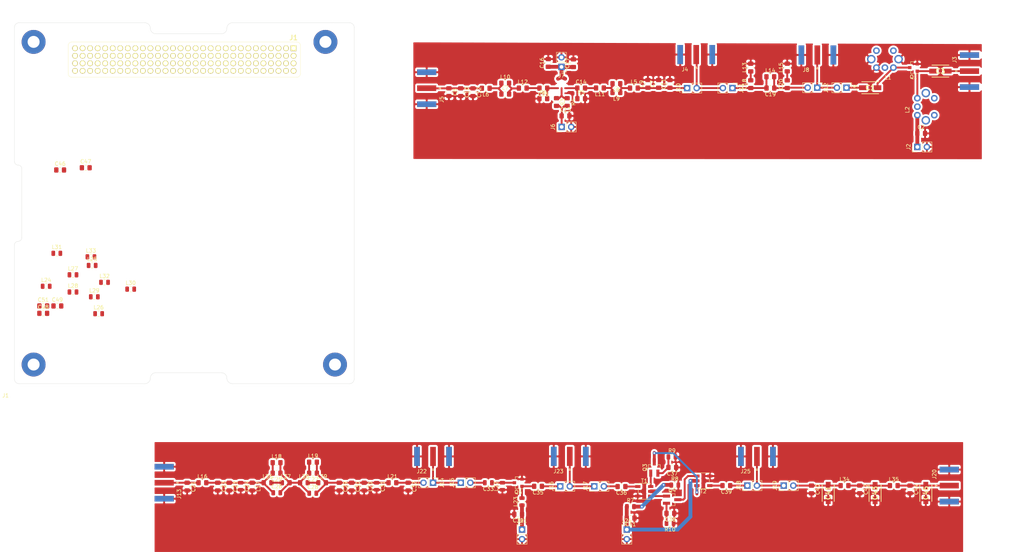
<source format=kicad_pcb>
(kicad_pcb (version 20171130) (host pcbnew "(5.0.2)-1")
  (layers (0 F.Cu signal) (31 B.Cu signal) (34 B.Paste user) (35 F.Paste user) (36 B.SilkS user) (37 F.SilkS user) (38 B.Mask user) (39 F.Mask user) (44 Edge.Cuts user))
  (net 0 "")
  (net 1 "Net-(C1-Pad1)")
  (net 2 "Net-(C3-Pad2)")
  (net 3 "Net-(C10-Pad1)")
  (net 4 "Net-(C13-Pad1)")
  (net 5 "Net-(C14-Pad2)")
  (net 6 "Net-(C14-Pad1)")
  (net 7 "Net-(C15-Pad1)")
  (net 8 "Net-(C15-Pad2)")
  (net 9 "Net-(C18-Pad2)")
  (net 10 "Net-(C20-Pad2)")
  (net 11 "Net-(L5-Pad1)")
  (net 12 "Net-(L10-Pad2)")
  (net 13 "Net-(L10-Pad1)")
  (net 14 "Net-(L11-Pad1)")
  (net 15 "Net-(R3-Pad1)")
  (net 16 GND)
  (net 17 +8V)
  (net 18 +5V)
  (net 19 "/Image Reject Filter/Image_Reject_Out")
  (net 20 "/Variable Attenuator/Variable_Attenuator_Out")
  (net 21 "Net-(C11-Pad1)")
  (net 22 "Net-(C18-Pad1)")
  (net 23 "Net-(C19-Pad1)")
  (net 24 "Net-(C1-Pad2)")
  (net 25 /LNA/LNAout)
  (net 26 "Net-(J1-Pad93)")
  (net 27 "Net-(J1-Pad73)")
  (net 28 "Net-(J1-Pad87)")
  (net 29 "Net-(J1-Pad107)")
  (net 30 "Net-(J1-Pad99)")
  (net 31 "Net-(J1-Pad70)")
  (net 32 "Net-(J1-Pad96)")
  (net 33 "Net-(J1-Pad104)")
  (net 34 "Net-(J1-Pad116)")
  (net 35 "Net-(J1-Pad82)")
  (net 36 "Net-(J1-Pad88)")
  (net 37 "Net-(J1-Pad78)")
  (net 38 "Net-(J1-Pad95)")
  (net 39 "Net-(J1-Pad86)")
  (net 40 "Net-(J1-Pad74)")
  (net 41 "Net-(J1-Pad97)")
  (net 42 "Net-(J1-Pad68)")
  (net 43 "Net-(J1-Pad89)")
  (net 44 "Net-(J1-Pad80)")
  (net 45 "Net-(J1-Pad91)")
  (net 46 "Net-(J1-Pad120)")
  (net 47 "Net-(J1-Pad108)")
  (net 48 "Net-(J1-Pad102)")
  (net 49 "Net-(J1-Pad98)")
  (net 50 "Net-(J1-Pad71)")
  (net 51 "Net-(J1-Pad83)")
  (net 52 "Net-(J1-Pad105)")
  (net 53 "Net-(J1-Pad90)")
  (net 54 "Net-(J1-Pad84)")
  (net 55 "Net-(J1-Pad77)")
  (net 56 "Net-(J1-Pad69)")
  (net 57 "Net-(J1-Pad51)")
  (net 58 "Net-(J1-Pad62)")
  (net 59 "Net-(J1-Pad85)")
  (net 60 "Net-(J1-Pad119)")
  (net 61 "Net-(J1-Pad29)")
  (net 62 "Net-(J1-Pad21)")
  (net 63 "Net-(J1-Pad110)")
  (net 64 "Net-(J1-Pad39)")
  (net 65 "Net-(J1-Pad9)")
  (net 66 "Net-(J1-Pad47)")
  (net 67 "Net-(J1-Pad61)")
  (net 68 "Net-(J1-Pad19)")
  (net 69 "Net-(J1-Pad57)")
  (net 70 "Net-(J1-Pad114)")
  (net 71 "Net-(J1-Pad46)")
  (net 72 "Net-(J1-Pad55)")
  (net 73 "Net-(J1-Pad54)")
  (net 74 "Net-(J1-Pad94)")
  (net 75 "Net-(J1-Pad117)")
  (net 76 "Net-(J1-Pad76)")
  (net 77 "Net-(J1-Pad15)")
  (net 78 "Net-(J1-Pad100)")
  (net 79 "Net-(J1-Pad111)")
  (net 80 "Net-(J1-Pad92)")
  (net 81 "Net-(J1-Pad6)")
  (net 82 "Net-(J1-Pad37)")
  (net 83 "Net-(J1-Pad23)")
  (net 84 "Net-(J1-Pad52)")
  (net 85 "Net-(J1-Pad56)")
  (net 86 "Net-(J1-Pad13)")
  (net 87 "Net-(J1-Pad11)")
  (net 88 "Net-(J1-Pad58)")
  (net 89 "Net-(J1-Pad48)")
  (net 90 "Net-(J1-Pad67)")
  (net 91 "Net-(J1-Pad75)")
  (net 92 "Net-(J1-Pad112)")
  (net 93 "Net-(J1-Pad118)")
  (net 94 "Net-(J1-Pad81)")
  (net 95 "Net-(J1-Pad7)")
  (net 96 "Net-(J1-Pad20)")
  (net 97 "Net-(J1-Pad103)")
  (net 98 "Net-(J1-Pad41)")
  (net 99 "Net-(J1-Pad26)")
  (net 100 "Net-(J1-Pad101)")
  (net 101 "Net-(J1-Pad53)")
  (net 102 "Net-(J1-Pad30)")
  (net 103 "Net-(J1-Pad109)")
  (net 104 "Net-(J1-Pad4)")
  (net 105 "Net-(J1-Pad79)")
  (net 106 "Net-(J1-Pad65)")
  (net 107 "Net-(J1-Pad59)")
  (net 108 "Net-(J1-Pad27)")
  (net 109 "Net-(J1-Pad34)")
  (net 110 "Net-(J1-Pad63)")
  (net 111 "Net-(J1-Pad18)")
  (net 112 "Net-(J1-Pad72)")
  (net 113 "Net-(J1-Pad115)")
  (net 114 "Net-(J1-Pad16)")
  (net 115 "Net-(J1-Pad66)")
  (net 116 "Net-(J1-Pad64)")
  (net 117 "Net-(J1-Pad5)")
  (net 118 "Net-(J1-Pad106)")
  (net 119 "Net-(J1-Pad113)")
  (net 120 "Net-(J1-Pad60)")
  (net 121 "Net-(J1-Pad2)")
  (net 122 "Net-(J1-Pad45)")
  (net 123 "Net-(J1-Pad40)")
  (net 124 "Net-(J1-Pad36)")
  (net 125 "Net-(J1-Pad3)")
  (net 126 "Net-(J1-Pad31)")
  (net 127 "Net-(J1-Pad14)")
  (net 128 "Net-(J1-Pad10)")
  (net 129 "Net-(J1-Pad38)")
  (net 130 "Net-(J1-Pad25)")
  (net 131 "Net-(J1-Pad28)")
  (net 132 "Net-(J1-Pad33)")
  (net 133 "Net-(J1-Pad42)")
  (net 134 "Net-(J1-Pad32)")
  (net 135 "Net-(J1-Pad44)")
  (net 136 "Net-(J1-Pad1)")
  (net 137 "Net-(J1-Pad43)")
  (net 138 "Net-(J1-Pad50)")
  (net 139 "Net-(J1-Pad17)")
  (net 140 "Net-(J1-Pad49)")
  (net 141 "Net-(J1-Pad8)")
  (net 142 "Net-(J1-Pad24)")
  (net 143 "Net-(J1-Pad12)")
  (net 144 "Net-(J1-Pad22)")
  (net 145 "Net-(J1-Pad35)")
  (net 146 "Net-(C35-Pad2)")
  (net 147 "Net-(C33-Pad1)")
  (net 148 "Net-(C33-Pad2)")
  (net 149 "Net-(C42-Pad1)")
  (net 150 "Net-(C44-Pad1)")
  (net 151 "Net-(C40-Pad1)")
  (net 152 "Net-(C25-Pad1)")
  (net 153 "Net-(C27-Pad1)")
  (net 154 "Net-(L38-Pad2)")
  (net 155 "Net-(L36-Pad2)")
  (net 156 "Net-(C22-Pad1)")
  (net 157 "Net-(C32-Pad1)")
  (net 158 "Net-(C21-Pad1)")
  (net 159 /LNA/Image_Reject_Out)
  (net 160 "/Image Reject Filter/Variable_Attenuator_Out")
  (net 161 "Net-(C35-Pad1)")
  (net 162 "Net-(C36-Pad1)")
  (net 163 "Net-(C39-Pad2)")
  (net 164 "Net-(C38-Pad2)")
  (net 165 "Net-(C37-Pad2)")
  (net 166 "Net-(C51-Pad2)")
  (net 167 "Net-(C51-Pad1)")
  (net 168 "Net-(C48-Pad1)")
  (net 169 "Net-(C48-Pad2)")
  (net 170 "Net-(C47-Pad2)")
  (net 171 "Net-(C47-Pad1)")
  (net 172 "Net-(C46-Pad1)")
  (net 173 "Net-(C46-Pad2)")
  (net 174 "Net-(C49-Pad2)")
  (net 175 "Net-(C49-Pad1)")
  (net 176 "Net-(Q4-Pad3)")
  (net 177 "Net-(Q3-Pad3)")
  (net 178 "Net-(Q4-Pad1)")
  (net 179 "Net-(Q3-Pad1)")
  (net 180 "Net-(R7-Pad2)")
  (net 181 "Net-(L32-Pad1)")
  (net 182 "Net-(L32-Pad2)")
  (net 183 "Net-(L31-Pad2)")
  (net 184 "Net-(L31-Pad1)")
  (net 185 "Net-(L30-Pad1)")
  (net 186 "Net-(L30-Pad2)")
  (net 187 "Net-(L29-Pad1)")
  (net 188 "Net-(L29-Pad2)")
  (net 189 "Net-(L28-Pad2)")
  (net 190 "Net-(L28-Pad1)")
  (net 191 "Net-(L27-Pad2)")
  (net 192 "Net-(L27-Pad1)")
  (net 193 "Net-(L26-Pad1)")
  (net 194 "Net-(L26-Pad2)")
  (net 195 "Net-(L25-Pad1)")
  (net 196 "Net-(L25-Pad2)")
  (net 197 "Net-(L24-Pad2)")
  (net 198 "Net-(L24-Pad1)")
  (net 199 "Net-(L33-Pad1)")
  (net 200 "Net-(L33-Pad2)")
  (net 201 "/Pre Amplifier/29.4BPF_OUT")
  (net 202 "/Pre Amplifier/PREAMP_OUT")
  (net 203 "/Power Amplifier/PREAMP_OUT")
  (net 204 "Net-(C36-Pad2)")
  (net 205 "/Power Amplifier/PA_OUT")
  (net 206 "Net-(C39-Pad1)")
  (net 207 "/Low Pass Filter/PA_OUT")
  (net 208 "/29.4 MHz Bandpass Filter/29.4BPF_OUT")
  (net 209 "Net-(C61-Pad2)")
  (module Capacitor_SMD:C_0805_2012Metric_Pad1.15x1.40mm_HandSolder (layer F.Cu) (at 184.776 148.463 180)
    (fp_text reference C61 (at 0 -1.65 180) (layer F.SilkS))
    (fp_text value 100n)
    (pad 1 smd roundrect (at -1.025 0 180) (size 1.15 1.4) (layers F.Cu F.Paste F.Mask) (roundrect_rratio 0.217391) (net 16 GND))
    (pad 2 smd roundrect (at 1.025 0 180) (size 1.15 1.4) (layers F.Cu F.Paste F.Mask) (roundrect_rratio 0.217391) (net 209 "Net-(C61-Pad2)"))
  )
  (module Connector_Coaxial:SMA_Amphenol_132289_EdgeMount (layer F.Cu) (at 218.313 132.08 90)
    (fp_text reference J25 (at -3.96 -3 180) (layer F.SilkS))
    (fp_text value Conn_01x02_Male)
    (pad 2 smd rect (at 0 4.25 180) (size 1.5 5.08) (layers B.Cu B.Paste B.Mask) (net 16 GND))
    (pad 2 smd rect (at 0 -4.25 180) (size 1.5 5.08) (layers B.Cu B.Paste B.Mask) (net 16 GND))
    (pad 2 smd rect (at 0 4.25 180) (size 1.5 5.08) (layers F.Cu F.Paste F.Mask) (net 16 GND))
    (pad 2 smd rect (at 0 -4.25 180) (size 1.5 5.08) (layers F.Cu F.Paste F.Mask) (net 16 GND))
    (pad 1 smd rect (at 0 0 180) (size 1.5 5.08) (layers F.Cu F.Paste F.Mask) (net 205 "/Power Amplifier/PA_OUT"))
  )
  (module Connector_PinHeader_2.54mm:PinHeader_1x02_P2.54mm_Vertical (layer F.Cu) (at 183.769 151.511)
    (fp_text reference J24 (at 0 -2.33) (layer F.SilkS))
    (fp_text value Conn_01x02_Male)
    (pad 1 thru_hole rect (at 0 0) (size 1.7 1.7) (drill 1) (layers *.Cu *.Mask) (net 209 "Net-(C61-Pad2)"))
    (pad 2 thru_hole oval (at 0 2.54) (size 1.7 1.7) (drill 1) (layers *.Cu *.Mask) (net 16 GND))
  )
  (module Connector_Coaxial:SMA_Amphenol_132289_EdgeMount (layer F.Cu) (at 168.6306 132.0673 90)
    (fp_text reference J23 (at -3.96 -3 180) (layer F.SilkS))
    (fp_text value Conn_01x02_Male)
    (pad 1 smd rect (at 0 0 180) (size 1.5 5.08) (layers F.Cu F.Paste F.Mask) (net 202 "/Pre Amplifier/PREAMP_OUT"))
    (pad 2 smd rect (at 0 -4.25 180) (size 1.5 5.08) (layers F.Cu F.Paste F.Mask) (net 16 GND))
    (pad 2 smd rect (at 0 4.25 180) (size 1.5 5.08) (layers F.Cu F.Paste F.Mask) (net 16 GND))
    (pad 2 smd rect (at 0 -4.25 180) (size 1.5 5.08) (layers B.Cu B.Paste B.Mask) (net 16 GND))
    (pad 2 smd rect (at 0 4.25 180) (size 1.5 5.08) (layers B.Cu B.Paste B.Mask) (net 16 GND))
  )
  (module Connector_Coaxial:SMA_Amphenol_132289_EdgeMount (layer F.Cu) (at 132.334 132.08 90)
    (fp_text reference J22 (at -3.96 -3 180) (layer F.SilkS))
    (fp_text value Conn_01x02_Male)
    (pad 2 smd rect (at 0 4.25 180) (size 1.5 5.08) (layers B.Cu B.Paste B.Mask) (net 16 GND))
    (pad 2 smd rect (at 0 -4.25 180) (size 1.5 5.08) (layers B.Cu B.Paste B.Mask) (net 16 GND))
    (pad 2 smd rect (at 0 4.25 180) (size 1.5 5.08) (layers F.Cu F.Paste F.Mask) (net 16 GND))
    (pad 2 smd rect (at 0 -4.25 180) (size 1.5 5.08) (layers F.Cu F.Paste F.Mask) (net 16 GND))
    (pad 1 smd rect (at 0 0 180) (size 1.5 5.08) (layers F.Cu F.Paste F.Mask) (net 208 "/29.4 MHz Bandpass Filter/29.4BPF_OUT"))
  )
  (module Connector_PinHeader_2.54mm:PinHeader_1x02_P2.54mm_Vertical (layer F.Cu) (at 132.334 139.065 270)
    (fp_text reference J14 (at 0 -2.33 270) (layer F.SilkS))
    (fp_text value Conn_01x02_Male)
    (pad 2 thru_hole oval (at 0 2.54 270) (size 1.7 1.7) (drill 1) (layers *.Cu *.Mask) (net 157 "Net-(C32-Pad1)"))
    (pad 1 thru_hole rect (at 0 0 270) (size 1.7 1.7) (drill 1) (layers *.Cu *.Mask) (net 208 "/29.4 MHz Bandpass Filter/29.4BPF_OUT"))
  )
  (module Connector_PinHeader_2.54mm:PinHeader_1x02_P2.54mm_Vertical (layer F.Cu) (at 225.425 139.827 90)
    (fp_text reference J19 (at 0 -2.33 90) (layer F.SilkS))
    (fp_text value Conn_01x02_Male)
    (pad 1 thru_hole rect (at 0 0 90) (size 1.7 1.7) (drill 1) (layers *.Cu *.Mask) (net 207 "/Low Pass Filter/PA_OUT"))
    (pad 2 thru_hole oval (at 0 2.54 90) (size 1.7 1.7) (drill 1) (layers *.Cu *.Mask) (net 151 "Net-(C40-Pad1)"))
  )
  (module Connector_PinHeader_2.54mm:PinHeader_1x02_P2.54mm_Vertical (layer F.Cu) (at 215.773 139.827 90)
    (fp_text reference J18 (at 0 -2.33 90) (layer F.SilkS))
    (fp_text value Conn_01x02_Male)
    (pad 2 thru_hole oval (at 0 2.54 90) (size 1.7 1.7) (drill 1) (layers *.Cu *.Mask) (net 205 "/Power Amplifier/PA_OUT"))
    (pad 1 thru_hole rect (at 0 0 90) (size 1.7 1.7) (drill 1) (layers *.Cu *.Mask) (net 206 "Net-(C39-Pad1)"))
  )
  (module Connector_PinHeader_2.54mm:PinHeader_1x02_P2.54mm_Vertical (layer F.Cu) (at 175.1457 140.0175 90)
    (fp_text reference J17 (at 0 -2.33 90) (layer F.SilkS))
    (fp_text value Conn_01x02_Male)
    (pad 1 thru_hole rect (at 0 0 90) (size 1.7 1.7) (drill 1) (layers *.Cu *.Mask) (net 203 "/Power Amplifier/PREAMP_OUT"))
    (pad 2 thru_hole oval (at 0 2.54 90) (size 1.7 1.7) (drill 1) (layers *.Cu *.Mask) (net 204 "Net-(C36-Pad2)"))
  )
  (module Connector_PinHeader_2.54mm:PinHeader_1x02_P2.54mm_Vertical (layer F.Cu) (at 166.0906 140.0175 90)
    (fp_text reference J16 (at 0 -2.33 90) (layer F.SilkS))
    (fp_text value Conn_01x02_Male)
    (pad 2 thru_hole oval (at 0 2.54 90) (size 1.7 1.7) (drill 1) (layers *.Cu *.Mask) (net 202 "/Pre Amplifier/PREAMP_OUT"))
    (pad 1 thru_hole rect (at 0 0 90) (size 1.7 1.7) (drill 1) (layers *.Cu *.Mask) (net 161 "Net-(C35-Pad1)"))
  )
  (module Connector_PinHeader_2.54mm:PinHeader_1x02_P2.54mm_Vertical (layer F.Cu) (at 139.7 139.065 90)
    (fp_text reference J15 (at 0 -2.33 90) (layer F.SilkS))
    (fp_text value Conn_01x02_Male)
    (pad 1 thru_hole rect (at 0 0 90) (size 1.7 1.7) (drill 1) (layers *.Cu *.Mask) (net 201 "/Pre Amplifier/29.4BPF_OUT"))
    (pad 2 thru_hole oval (at 0 2.54 90) (size 1.7 1.7) (drill 1) (layers *.Cu *.Mask) (net 148 "Net-(C33-Pad2)"))
  )
  (module Connector_Coaxial:SMA_Amphenol_132289_EdgeMount (layer F.Cu) (at 269.367 139.827)
    (fp_text reference J20 (at -3.96 -3 90) (layer F.SilkS))
    (fp_text value Conn_Coaxial)
    (pad 2 smd rect (at 0 4.25 90) (size 1.5 5.08) (layers B.Cu B.Paste B.Mask) (net 16 GND))
    (pad 2 smd rect (at 0 -4.25 90) (size 1.5 5.08) (layers B.Cu B.Paste B.Mask) (net 16 GND))
    (pad 2 smd rect (at 0 4.25 90) (size 1.5 5.08) (layers F.Cu F.Paste F.Mask) (net 16 GND))
    (pad 2 smd rect (at 0 -4.25 90) (size 1.5 5.08) (layers F.Cu F.Paste F.Mask) (net 16 GND))
    (pad 1 smd rect (at 0 0 90) (size 1.5 5.08) (layers F.Cu F.Paste F.Mask) (net 150 "Net-(C44-Pad1)"))
  )
  (module Capacitor_SMD:C_0805_2012Metric_Pad1.15x1.40mm_HandSolder (layer F.Cu) (at 32.607001 92.101001)
    (fp_text reference C49 (at 0 -1.65) (layer F.SilkS))
    (fp_text value C)
    (pad 2 smd roundrect (at 1.025 0) (size 1.15 1.4) (layers F.Cu F.Paste F.Mask) (roundrect_rratio 0.217391) (net 174 "Net-(C49-Pad2)"))
    (pad 1 smd roundrect (at -1.025 0) (size 1.15 1.4) (layers F.Cu F.Paste F.Mask) (roundrect_rratio 0.217391) (net 175 "Net-(C49-Pad1)"))
  )
  (module Capacitor_SMD:C_0805_2012Metric_Pad1.15x1.40mm_HandSolder (layer F.Cu) (at 160.2068 140.0175 180)
    (fp_text reference C35 (at 0 -1.65 180) (layer F.SilkS))
    (fp_text value C)
    (pad 1 smd roundrect (at -1.025 0 180) (size 1.15 1.4) (layers F.Cu F.Paste F.Mask) (roundrect_rratio 0.217391) (net 161 "Net-(C35-Pad1)"))
    (pad 2 smd roundrect (at 1.025 0 180) (size 1.15 1.4) (layers F.Cu F.Paste F.Mask) (roundrect_rratio 0.217391) (net 146 "Net-(C35-Pad2)"))
  )
  (module Capacitor_SMD:C_0805_2012Metric_Pad1.15x1.40mm_HandSolder (layer F.Cu) (at 232.791 140.852 270)
    (fp_text reference C40 (at 0 -1.65 270) (layer F.SilkS))
    (fp_text value 180p)
    (pad 2 smd roundrect (at 1.025 0 270) (size 1.15 1.4) (layers F.Cu F.Paste F.Mask) (roundrect_rratio 0.217391) (net 16 GND))
    (pad 1 smd roundrect (at -1.025 0 270) (size 1.15 1.4) (layers F.Cu F.Paste F.Mask) (roundrect_rratio 0.217391) (net 151 "Net-(C40-Pad1)"))
  )
  (module Capacitor_SMD:C_0805_2012Metric_Pad1.15x1.40mm_HandSolder (layer F.Cu) (at 245.618 140.834 270)
    (fp_text reference C42 (at 0 -1.65 270) (layer F.SilkS))
    (fp_text value 270p)
    (pad 1 smd roundrect (at -1.025 0 270) (size 1.15 1.4) (layers F.Cu F.Paste F.Mask) (roundrect_rratio 0.217391) (net 149 "Net-(C42-Pad1)"))
    (pad 2 smd roundrect (at 1.025 0 270) (size 1.15 1.4) (layers F.Cu F.Paste F.Mask) (roundrect_rratio 0.217391) (net 16 GND))
  )
  (module Capacitor_SMD:C_0805_2012Metric_Pad1.15x1.40mm_HandSolder (layer F.Cu) (at 258.953 140.852 270)
    (fp_text reference C44 (at 0 -1.65 270) (layer F.SilkS))
    (fp_text value 180p)
    (pad 2 smd roundrect (at 1.025 0 270) (size 1.15 1.4) (layers F.Cu F.Paste F.Mask) (roundrect_rratio 0.217391) (net 16 GND))
    (pad 1 smd roundrect (at -1.025 0 270) (size 1.15 1.4) (layers F.Cu F.Paste F.Mask) (roundrect_rratio 0.217391) (net 150 "Net-(C44-Pad1)"))
  )
  (module Capacitor_SMD:C_0805_2012Metric_Pad1.15x1.40mm_HandSolder (layer F.Cu) (at 33.35 55.97)
    (fp_text reference C46 (at 0 -1.65) (layer F.SilkS))
    (fp_text value C)
    (pad 1 smd roundrect (at -1.025 0) (size 1.15 1.4) (layers F.Cu F.Paste F.Mask) (roundrect_rratio 0.217391) (net 172 "Net-(C46-Pad1)"))
    (pad 2 smd roundrect (at 1.025 0) (size 1.15 1.4) (layers F.Cu F.Paste F.Mask) (roundrect_rratio 0.217391) (net 173 "Net-(C46-Pad2)"))
  )
  (module Capacitor_SMD:C_0805_2012Metric_Pad1.15x1.40mm_HandSolder (layer F.Cu) (at 40.141 55.372)
    (fp_text reference C47 (at 0 -1.65) (layer F.SilkS))
    (fp_text value C)
    (pad 2 smd roundrect (at 1.025 0) (size 1.15 1.4) (layers F.Cu F.Paste F.Mask) (roundrect_rratio 0.217391) (net 170 "Net-(C47-Pad2)"))
    (pad 1 smd roundrect (at -1.025 0) (size 1.15 1.4) (layers F.Cu F.Paste F.Mask) (roundrect_rratio 0.217391) (net 171 "Net-(C47-Pad1)"))
  )
  (module Capacitor_SMD:C_0805_2012Metric_Pad1.15x1.40mm_HandSolder (layer F.Cu) (at 28.857001 94.051001)
    (fp_text reference C48 (at 0 -1.65) (layer F.SilkS))
    (fp_text value C)
    (pad 1 smd roundrect (at -1.025 0) (size 1.15 1.4) (layers F.Cu F.Paste F.Mask) (roundrect_rratio 0.217391) (net 168 "Net-(C48-Pad1)"))
    (pad 2 smd roundrect (at 1.025 0) (size 1.15 1.4) (layers F.Cu F.Paste F.Mask) (roundrect_rratio 0.217391) (net 169 "Net-(C48-Pad2)"))
  )
  (module Capacitor_SMD:C_0805_2012Metric_Pad1.15x1.40mm_HandSolder (layer F.Cu) (at 28.857001 92.101001)
    (fp_text reference C51 (at 0 -1.65) (layer F.SilkS))
    (fp_text value C)
    (pad 2 smd roundrect (at 1.025 0) (size 1.15 1.4) (layers F.Cu F.Paste F.Mask) (roundrect_rratio 0.217391) (net 166 "Net-(C51-Pad2)"))
    (pad 1 smd roundrect (at -1.025 0) (size 1.15 1.4) (layers F.Cu F.Paste F.Mask) (roundrect_rratio 0.217391) (net 167 "Net-(C51-Pad1)"))
  )
  (module Capacitor_SMD:C_0805_2012Metric_Pad1.15x1.40mm_HandSolder (layer F.Cu) (at 195.843 135.001 180)
    (fp_text reference C37 (at 0 -1.65 180) (layer F.SilkS))
    (fp_text value 100n)
    (pad 1 smd roundrect (at -1.025 0 180) (size 1.15 1.4) (layers F.Cu F.Paste F.Mask) (roundrect_rratio 0.217391) (net 16 GND))
    (pad 2 smd roundrect (at 1.025 0 180) (size 1.15 1.4) (layers F.Cu F.Paste F.Mask) (roundrect_rratio 0.217391) (net 165 "Net-(C37-Pad2)"))
  )
  (module Capacitor_SMD:C_0805_2012Metric_Pad1.15x1.40mm_HandSolder (layer F.Cu) (at 195.335 147.193 180)
    (fp_text reference C38 (at 0 -1.65 180) (layer F.SilkS))
    (fp_text value 100n)
    (pad 2 smd roundrect (at 1.025 0 180) (size 1.15 1.4) (layers F.Cu F.Paste F.Mask) (roundrect_rratio 0.217391) (net 164 "Net-(C38-Pad2)"))
    (pad 1 smd roundrect (at -1.025 0 180) (size 1.15 1.4) (layers F.Cu F.Paste F.Mask) (roundrect_rratio 0.217391) (net 16 GND))
  )
  (module Capacitor_SMD:C_0805_2012Metric_Pad1.15x1.40mm_HandSolder (layer F.Cu) (at 210.194 139.827 180)
    (fp_text reference C39 (at 0 -1.65 180) (layer F.SilkS))
    (fp_text value C)
    (pad 1 smd roundrect (at -1.025 0 180) (size 1.15 1.4) (layers F.Cu F.Paste F.Mask) (roundrect_rratio 0.217391) (net 206 "Net-(C39-Pad1)"))
    (pad 2 smd roundrect (at 1.025 0 180) (size 1.15 1.4) (layers F.Cu F.Paste F.Mask) (roundrect_rratio 0.217391) (net 163 "Net-(C39-Pad2)"))
  )
  (module Capacitor_SMD:C_0805_2012Metric_Pad1.15x1.40mm_HandSolder (layer F.Cu) (at 78.232 140.09 270)
    (fp_text reference C23 (at 0 -1.65 270) (layer F.SilkS))
    (fp_text value 56pF)
    (pad 2 smd roundrect (at 1.025 0 270) (size 1.15 1.4) (layers F.Cu F.Paste F.Mask) (roundrect_rratio 0.217391) (net 16 GND))
    (pad 1 smd roundrect (at -1.025 0 270) (size 1.15 1.4) (layers F.Cu F.Paste F.Mask) (roundrect_rratio 0.217391) (net 156 "Net-(C22-Pad1)"))
  )
  (module Capacitor_SMD:C_0805_2012Metric_Pad1.15x1.40mm_HandSolder (layer F.Cu) (at 182.363 140.081 180)
    (fp_text reference C36 (at 0 -1.65 180) (layer F.SilkS))
    (fp_text value C)
    (pad 1 smd roundrect (at -1.025 0 180) (size 1.15 1.4) (layers F.Cu F.Paste F.Mask) (roundrect_rratio 0.217391) (net 162 "Net-(C36-Pad1)"))
    (pad 2 smd roundrect (at 1.025 0 180) (size 1.15 1.4) (layers F.Cu F.Paste F.Mask) (roundrect_rratio 0.217391) (net 204 "Net-(C36-Pad2)"))
  )
  (module Capacitor_SMD:C_0805_2012Metric_Pad1.15x1.40mm_HandSolder (layer F.Cu) (at 67.056 140.09 270)
    (fp_text reference C21 (at 0 -1.65 270) (layer F.SilkS))
    (fp_text value "No Connect")
    (pad 2 smd roundrect (at 1.025 0 270) (size 1.15 1.4) (layers F.Cu F.Paste F.Mask) (roundrect_rratio 0.217391) (net 16 GND))
    (pad 1 smd roundrect (at -1.025 0 270) (size 1.15 1.4) (layers F.Cu F.Paste F.Mask) (roundrect_rratio 0.217391) (net 158 "Net-(C21-Pad1)"))
  )
  (module Capacitor_SMD:C_0805_2012Metric_Pad1.15x1.40mm_HandSolder (layer F.Cu) (at 75.184 140.09 270)
    (fp_text reference C22 (at 0 -1.65 270) (layer F.SilkS))
    (fp_text value 560p)
    (pad 1 smd roundrect (at -1.025 0 270) (size 1.15 1.4) (layers F.Cu F.Paste F.Mask) (roundrect_rratio 0.217391) (net 156 "Net-(C22-Pad1)"))
    (pad 2 smd roundrect (at 1.025 0 270) (size 1.15 1.4) (layers F.Cu F.Paste F.Mask) (roundrect_rratio 0.217391) (net 16 GND))
  )
  (module Capacitor_SMD:C_0805_2012Metric_Pad1.15x1.40mm_HandSolder (layer F.Cu) (at 90.796 136.525 180)
    (fp_text reference C25 (at 0 -1.65 180) (layer F.SilkS))
    (fp_text value 18pF)
    (pad 2 smd roundrect (at 1.025 0 180) (size 1.15 1.4) (layers F.Cu F.Paste F.Mask) (roundrect_rratio 0.217391) (net 156 "Net-(C22-Pad1)"))
    (pad 1 smd roundrect (at -1.025 0 180) (size 1.15 1.4) (layers F.Cu F.Paste F.Mask) (roundrect_rratio 0.217391) (net 152 "Net-(C25-Pad1)"))
  )
  (module Capacitor_SMD:C_0805_2012Metric_Pad1.15x1.40mm_HandSolder (layer F.Cu) (at 100.466 136.525 180)
    (fp_text reference C27 (at 0 -1.65 180) (layer F.SilkS))
    (fp_text value 43pF)
    (pad 1 smd roundrect (at -1.025 0 180) (size 1.15 1.4) (layers F.Cu F.Paste F.Mask) (roundrect_rratio 0.217391) (net 153 "Net-(C27-Pad1)"))
    (pad 2 smd roundrect (at 1.025 0 180) (size 1.15 1.4) (layers F.Cu F.Paste F.Mask) (roundrect_rratio 0.217391) (net 152 "Net-(C25-Pad1)"))
  )
  (module Capacitor_SMD:C_0805_2012Metric_Pad1.15x1.40mm_HandSolder (layer F.Cu) (at 107.442 140.09 270)
    (fp_text reference C29 (at 0 -1.65 270) (layer F.SilkS))
    (fp_text value 560pF)
    (pad 2 smd roundrect (at 1.025 0 270) (size 1.15 1.4) (layers F.Cu F.Paste F.Mask) (roundrect_rratio 0.217391) (net 16 GND))
    (pad 1 smd roundrect (at -1.025 0 270) (size 1.15 1.4) (layers F.Cu F.Paste F.Mask) (roundrect_rratio 0.217391) (net 153 "Net-(C27-Pad1)"))
  )
  (module Capacitor_SMD:C_0805_2012Metric_Pad1.15x1.40mm_HandSolder (layer F.Cu) (at 110.744 140.09 270)
    (fp_text reference C30 (at 0 -1.65 270) (layer F.SilkS))
    (fp_text value 56pF)
    (pad 1 smd roundrect (at -1.025 0 270) (size 1.15 1.4) (layers F.Cu F.Paste F.Mask) (roundrect_rratio 0.217391) (net 153 "Net-(C27-Pad1)"))
    (pad 2 smd roundrect (at 1.025 0 270) (size 1.15 1.4) (layers F.Cu F.Paste F.Mask) (roundrect_rratio 0.217391) (net 16 GND))
  )
  (module Capacitor_SMD:C_0805_2012Metric_Pad1.15x1.40mm_HandSolder (layer F.Cu) (at 125.73 140.09 270)
    (fp_text reference C32 (at 0 -1.65 270) (layer F.SilkS))
    (fp_text value "No Connect")
    (pad 2 smd roundrect (at 1.025 0 270) (size 1.15 1.4) (layers F.Cu F.Paste F.Mask) (roundrect_rratio 0.217391) (net 16 GND))
    (pad 1 smd roundrect (at -1.025 0 270) (size 1.15 1.4) (layers F.Cu F.Paste F.Mask) (roundrect_rratio 0.217391) (net 157 "Net-(C32-Pad1)"))
  )
  (module Capacitor_SMD:C_0805_2012Metric_Pad1.15x1.40mm_HandSolder (layer F.Cu) (at 154.931 147.447 180)
    (fp_text reference C34 (at 0 -1.65 180) (layer F.SilkS))
    (fp_text value 1uF)
    (pad 1 smd roundrect (at -1.025 0 180) (size 1.15 1.4) (layers F.Cu F.Paste F.Mask) (roundrect_rratio 0.217391) (net 17 +8V))
    (pad 2 smd roundrect (at 1.025 0 180) (size 1.15 1.4) (layers F.Cu F.Paste F.Mask) (roundrect_rratio 0.217391) (net 16 GND))
  )
  (module Connector_Coaxial:SMA_Amphenol_132289_EdgeMount (layer F.Cu) (at 60.96 139.065 180)
    (fp_text reference J13 (at -3.96 -3 270) (layer F.SilkS))
    (fp_text value Conn_Coaxial)
    (pad 1 smd rect (at 0 0 270) (size 1.5 5.08) (layers F.Cu F.Paste F.Mask) (net 158 "Net-(C21-Pad1)"))
    (pad 2 smd rect (at 0 -4.25 270) (size 1.5 5.08) (layers F.Cu F.Paste F.Mask) (net 16 GND))
    (pad 2 smd rect (at 0 4.25 270) (size 1.5 5.08) (layers F.Cu F.Paste F.Mask) (net 16 GND))
    (pad 2 smd rect (at 0 -4.25 270) (size 1.5 5.08) (layers B.Cu B.Paste B.Mask) (net 16 GND))
    (pad 2 smd rect (at 0 4.25 270) (size 1.5 5.08) (layers B.Cu B.Paste B.Mask) (net 16 GND))
  )
  (module Connector_PinHeader_2.54mm:PinHeader_1x02_P2.54mm_Vertical (layer F.Cu) (at 155.956 151.511)
    (fp_text reference J21 (at 0 -2.33) (layer F.SilkS))
    (fp_text value Conn_01x02_Male)
    (pad 1 thru_hole rect (at 0 0) (size 1.7 1.7) (drill 1) (layers *.Cu *.Mask) (net 17 +8V))
    (pad 2 thru_hole oval (at 0 2.54) (size 1.7 1.7) (drill 1) (layers *.Cu *.Mask) (net 16 GND))
  )
  (module Inductor_SMD:L_0805_2012Metric_Pad1.15x1.40mm_HandSolder (layer F.Cu) (at 71.111 139.065)
    (fp_text reference L16 (at 0 -1.65) (layer F.SilkS))
    (fp_text value "Shorted Connection")
    (pad 2 smd roundrect (at 1.025 0) (size 1.15 1.4) (layers F.Cu F.Paste F.Mask) (roundrect_rratio 0.217391) (net 156 "Net-(C22-Pad1)"))
    (pad 1 smd roundrect (at -1.025 0) (size 1.15 1.4) (layers F.Cu F.Paste F.Mask) (roundrect_rratio 0.217391) (net 158 "Net-(C21-Pad1)"))
  )
  (module Inductor_SMD:L_0805_2012Metric_Pad1.15x1.40mm_HandSolder (layer F.Cu) (at 84.328 140.09 270)
    (fp_text reference L17 (at 0 -1.65 270) (layer F.SilkS))
    (fp_text value 47nH)
    (pad 1 smd roundrect (at -1.025 0 270) (size 1.15 1.4) (layers F.Cu F.Paste F.Mask) (roundrect_rratio 0.217391) (net 156 "Net-(C22-Pad1)"))
    (pad 2 smd roundrect (at 1.025 0 270) (size 1.15 1.4) (layers F.Cu F.Paste F.Mask) (roundrect_rratio 0.217391) (net 16 GND))
  )
  (module Inductor_SMD:L_0805_2012Metric_Pad1.15x1.40mm_HandSolder (layer F.Cu) (at 90.796 133.731)
    (fp_text reference L18 (at 0 -1.65) (layer F.SilkS))
    (fp_text value "No Connect")
    (pad 2 smd roundrect (at 1.025 0) (size 1.15 1.4) (layers F.Cu F.Paste F.Mask) (roundrect_rratio 0.217391) (net 152 "Net-(C25-Pad1)"))
    (pad 1 smd roundrect (at -1.025 0) (size 1.15 1.4) (layers F.Cu F.Paste F.Mask) (roundrect_rratio 0.217391) (net 156 "Net-(C22-Pad1)"))
  )
  (module Inductor_SMD:L_0805_2012Metric_Pad1.15x1.40mm_HandSolder (layer F.Cu) (at 114.046 140.09 270)
    (fp_text reference L20 (at 0 -1.65 270) (layer F.SilkS))
    (fp_text value 47nH)
    (pad 1 smd roundrect (at -1.025 0 270) (size 1.15 1.4) (layers F.Cu F.Paste F.Mask) (roundrect_rratio 0.217391) (net 153 "Net-(C27-Pad1)"))
    (pad 2 smd roundrect (at 1.025 0 270) (size 1.15 1.4) (layers F.Cu F.Paste F.Mask) (roundrect_rratio 0.217391) (net 16 GND))
  )
  (module Inductor_SMD:L_0805_2012Metric_Pad1.15x1.40mm_HandSolder (layer F.Cu) (at 121.548 139.065)
    (fp_text reference L21 (at 0 -1.65) (layer F.SilkS))
    (fp_text value "Shorted Connection")
    (pad 2 smd roundrect (at 1.025 0) (size 1.15 1.4) (layers F.Cu F.Paste F.Mask) (roundrect_rratio 0.217391) (net 157 "Net-(C32-Pad1)"))
    (pad 1 smd roundrect (at -1.025 0) (size 1.15 1.4) (layers F.Cu F.Paste F.Mask) (roundrect_rratio 0.217391) (net 153 "Net-(C27-Pad1)"))
  )
  (module Inductor_SMD:L_0805_2012Metric_Pad1.15x1.40mm_HandSolder (layer F.Cu) (at 241.563 139.827)
    (fp_text reference L34 (at 0 -1.65) (layer F.SilkS))
    (fp_text value 330n)
    (pad 1 smd roundrect (at -1.025 0) (size 1.15 1.4) (layers F.Cu F.Paste F.Mask) (roundrect_rratio 0.217391) (net 151 "Net-(C40-Pad1)"))
    (pad 2 smd roundrect (at 1.025 0) (size 1.15 1.4) (layers F.Cu F.Paste F.Mask) (roundrect_rratio 0.217391) (net 149 "Net-(C42-Pad1)"))
  )
  (module Inductor_SMD:L_0805_2012Metric_Pad1.15x1.40mm_HandSolder (layer F.Cu) (at 254.644 139.827)
    (fp_text reference L35 (at 0 -1.65) (layer F.SilkS))
    (fp_text value 330n)
    (pad 2 smd roundrect (at 1.025 0) (size 1.15 1.4) (layers F.Cu F.Paste F.Mask) (roundrect_rratio 0.217391) (net 150 "Net-(C44-Pad1)"))
    (pad 1 smd roundrect (at -1.025 0) (size 1.15 1.4) (layers F.Cu F.Paste F.Mask) (roundrect_rratio 0.217391) (net 149 "Net-(C42-Pad1)"))
  )
  (module Inductor_SMD:L_0805_2012Metric_Pad1.15x1.40mm_HandSolder (layer F.Cu) (at 88.401 139.065)
    (fp_text reference L36 (at 0 -1.65) (layer F.SilkS))
    (fp_text value 680nH)
    (pad 1 smd roundrect (at -1.025 0) (size 1.15 1.4) (layers F.Cu F.Paste F.Mask) (roundrect_rratio 0.217391) (net 156 "Net-(C22-Pad1)"))
    (pad 2 smd roundrect (at 1.025 0) (size 1.15 1.4) (layers F.Cu F.Paste F.Mask) (roundrect_rratio 0.217391) (net 155 "Net-(L36-Pad2)"))
  )
  (module Inductor_SMD:L_0805_2012Metric_Pad1.15x1.40mm_HandSolder (layer F.Cu) (at 93.227 139.065)
    (fp_text reference L37 (at 0 -1.65) (layer F.SilkS))
    (fp_text value 6.8nH)
    (pad 2 smd roundrect (at 1.025 0) (size 1.15 1.4) (layers F.Cu F.Paste F.Mask) (roundrect_rratio 0.217391) (net 152 "Net-(C25-Pad1)"))
    (pad 1 smd roundrect (at -1.025 0) (size 1.15 1.4) (layers F.Cu F.Paste F.Mask) (roundrect_rratio 0.217391) (net 155 "Net-(L36-Pad2)"))
  )
  (module Inductor_SMD:L_0805_2012Metric_Pad1.15x1.40mm_HandSolder (layer F.Cu) (at 98.053 139.065)
    (fp_text reference L38 (at 0 -1.65) (layer F.SilkS))
    (fp_text value 1.5uH)
    (pad 1 smd roundrect (at -1.025 0) (size 1.15 1.4) (layers F.Cu F.Paste F.Mask) (roundrect_rratio 0.217391) (net 152 "Net-(C25-Pad1)"))
    (pad 2 smd roundrect (at 1.025 0) (size 1.15 1.4) (layers F.Cu F.Paste F.Mask) (roundrect_rratio 0.217391) (net 154 "Net-(L38-Pad2)"))
  )
  (module Inductor_SMD:L_0805_2012Metric_Pad1.15x1.40mm_HandSolder (layer F.Cu) (at 102.879 139.065)
    (fp_text reference L39 (at 0 -1.65) (layer F.SilkS))
    (fp_text value 72nH)
    (pad 2 smd roundrect (at 1.025 0) (size 1.15 1.4) (layers F.Cu F.Paste F.Mask) (roundrect_rratio 0.217391) (net 153 "Net-(C27-Pad1)"))
    (pad 1 smd roundrect (at -1.025 0) (size 1.15 1.4) (layers F.Cu F.Paste F.Mask) (roundrect_rratio 0.217391) (net 154 "Net-(L38-Pad2)"))
  )
  (module Inductor_SMD:L_0805_2012Metric_Pad1.15x1.40mm_HandSolder (layer F.Cu) (at 100.466 133.604)
    (fp_text reference L19 (at 0 -1.65) (layer F.SilkS))
    (fp_text value "No Connect")
    (pad 1 smd roundrect (at -1.025 0) (size 1.15 1.4) (layers F.Cu F.Paste F.Mask) (roundrect_rratio 0.217391) (net 152 "Net-(C25-Pad1)"))
    (pad 2 smd roundrect (at 1.025 0) (size 1.15 1.4) (layers F.Cu F.Paste F.Mask) (roundrect_rratio 0.217391) (net 153 "Net-(C27-Pad1)"))
  )
  (module Package_TO_SOT_SMD:SOT-23 (layer F.Cu) (at 154.94 139.065 180)
    (fp_text reference Q5 (at 0 -2.5 180) (layer F.SilkS))
    (fp_text value Q_NJFET_DSG)
    (pad 1 smd rect (at -1 -0.95 180) (size 0.9 0.8) (layers F.Cu F.Paste F.Mask) (net 146 "Net-(C35-Pad2)"))
    (pad 2 smd rect (at -1 0.95 180) (size 0.9 0.8) (layers F.Cu F.Paste F.Mask) (net 16 GND))
    (pad 3 smd rect (at 1 0 180) (size 0.9 0.8) (layers F.Cu F.Paste F.Mask) (net 147 "Net-(C33-Pad1)"))
  )
  (module Capacitor_SMD:C_0805_2012Metric (layer F.Cu) (at 81.28 140.0025 270)
    (fp_text reference C24 (at 0 -1.65 270) (layer F.SilkS))
    (fp_text value "No Connect")
    (pad 2 smd roundrect (at 0.9375 0 270) (size 0.975 1.4) (layers F.Cu F.Paste F.Mask) (net 16 GND))
    (pad 1 smd roundrect (at -0.9375 0 270) (size 0.975 1.4) (layers F.Cu F.Paste F.Mask) (net 156 "Net-(C22-Pad1)"))
  )
  (module Capacitor_SMD:C_0805_2012Metric (layer F.Cu) (at 90.8535 141.732)
    (fp_text reference C26 (at 0 -1.65) (layer F.SilkS))
    (fp_text value "No Connect")
    (pad 1 smd roundrect (at -0.9375 0) (size 0.975 1.4) (layers F.Cu F.Paste F.Mask) (net 156 "Net-(C22-Pad1)"))
    (pad 2 smd roundrect (at 0.9375 0) (size 0.975 1.4) (layers F.Cu F.Paste F.Mask) (net 152 "Net-(C25-Pad1)"))
  )
  (module Capacitor_SMD:C_0805_2012Metric (layer F.Cu) (at 100.4085 141.859)
    (fp_text reference C28 (at 0 -1.65) (layer F.SilkS))
    (fp_text value "No Connect")
    (pad 1 smd roundrect (at -0.9375 0) (size 0.975 1.4) (layers F.Cu F.Paste F.Mask) (net 152 "Net-(C25-Pad1)"))
    (pad 2 smd roundrect (at 0.9375 0) (size 0.975 1.4) (layers F.Cu F.Paste F.Mask) (net 153 "Net-(C27-Pad1)"))
  )
  (module Capacitor_SMD:C_0805_2012Metric (layer F.Cu) (at 117.348 140.0025 270)
    (fp_text reference C31 (at 0 -1.65 270) (layer F.SilkS))
    (fp_text value "No Connect")
    (pad 1 smd roundrect (at -0.9375 0 270) (size 0.975 1.4) (layers F.Cu F.Paste F.Mask) (net 153 "Net-(C27-Pad1)"))
    (pad 2 smd roundrect (at 0.9375 0 270) (size 0.975 1.4) (layers F.Cu F.Paste F.Mask) (net 16 GND))
  )
  (module Capacitor_SMD:C_0805_2012Metric (layer F.Cu) (at 147.0175 139.065 180)
    (fp_text reference C33 (at 0 -1.65 180) (layer F.SilkS))
    (fp_text value C_Variable)
    (pad 1 smd roundrect (at -0.9375 0 180) (size 0.975 1.4) (layers F.Cu F.Paste F.Mask) (net 147 "Net-(C33-Pad1)"))
    (pad 2 smd roundrect (at 0.9375 0 180) (size 0.975 1.4) (layers F.Cu F.Paste F.Mask) (net 148 "Net-(C33-Pad2)"))
  )
  (module Inductor_SMD:L_0805_2012Metric (layer F.Cu) (at 150.749 140.0025 90)
    (fp_text reference L22 (at 0 -1.65 90) (layer F.SilkS))
    (fp_text value LTRIM)
    (pad 2 smd roundrect (at 0.9375 0 90) (size 0.975 1.4) (layers F.Cu F.Paste F.Mask) (net 147 "Net-(C33-Pad1)"))
    (pad 1 smd roundrect (at -0.9375 0 90) (size 0.975 1.4) (layers F.Cu F.Paste F.Mask) (net 16 GND))
  )
  (module Inductor_SMD:L_0805_2012Metric (layer F.Cu) (at 155.9433 144.0919 90)
    (fp_text reference L23 (at 0 -1.65 90) (layer F.SilkS))
    (fp_text value 1.8-2.6uH)
    (pad 1 smd roundrect (at -0.9375 0 90) (size 0.975 1.4) (layers F.Cu F.Paste F.Mask) (net 17 +8V))
    (pad 2 smd roundrect (at 0.9375 0 90) (size 0.975 1.4) (layers F.Cu F.Paste F.Mask) (net 146 "Net-(C35-Pad2)"))
  )
  (module Inductor_SMD:L_0805_2012Metric (layer F.Cu) (at 29.6395 86.868)
    (fp_text reference L24 (at 0 -1.65) (layer F.SilkS))
    (fp_text value L)
    (pad 2 smd roundrect (at 0.9375 0) (size 0.975 1.4) (layers F.Cu F.Paste F.Mask) (net 197 "Net-(L24-Pad2)"))
    (pad 1 smd roundrect (at -0.9375 0) (size 0.975 1.4) (layers F.Cu F.Paste F.Mask) (net 198 "Net-(L24-Pad1)"))
  )
  (module Inductor_SMD:L_0805_2012Metric (layer F.Cu) (at 41.839001 81.328001)
    (fp_text reference L25 (at 0 -1.65) (layer F.SilkS))
    (fp_text value L)
    (pad 1 smd roundrect (at -0.9375 0) (size 0.975 1.4) (layers F.Cu F.Paste F.Mask) (net 195 "Net-(L25-Pad1)"))
    (pad 2 smd roundrect (at 0.9375 0) (size 0.975 1.4) (layers F.Cu F.Paste F.Mask) (net 196 "Net-(L25-Pad2)"))
  )
  (module Inductor_SMD:L_0805_2012Metric (layer F.Cu) (at 43.565001 94.150001)
    (fp_text reference L26 (at 0 -1.65) (layer F.SilkS))
    (fp_text value L)
    (pad 1 smd roundrect (at -0.9375 0) (size 0.975 1.4) (layers F.Cu F.Paste F.Mask) (net 193 "Net-(L26-Pad1)"))
    (pad 2 smd roundrect (at 0.9375 0) (size 0.975 1.4) (layers F.Cu F.Paste F.Mask) (net 194 "Net-(L26-Pad2)"))
  )
  (module Inductor_SMD:L_0805_2012Metric (layer F.Cu) (at 36.7515 83.82)
    (fp_text reference L27 (at 0 -1.65) (layer F.SilkS))
    (fp_text value L)
    (pad 2 smd roundrect (at 0.9375 0) (size 0.975 1.4) (layers F.Cu F.Paste F.Mask) (net 191 "Net-(L27-Pad2)"))
    (pad 1 smd roundrect (at -0.9375 0) (size 0.975 1.4) (layers F.Cu F.Paste F.Mask) (net 192 "Net-(L27-Pad1)"))
  )
  (module Inductor_SMD:L_0805_2012Metric (layer F.Cu) (at 36.7515 88.392)
    (fp_text reference L28 (at 0 -1.65) (layer F.SilkS))
    (fp_text value L)
    (pad 2 smd roundrect (at 0.9375 0) (size 0.975 1.4) (layers F.Cu F.Paste F.Mask) (net 189 "Net-(L28-Pad2)"))
    (pad 1 smd roundrect (at -0.9375 0) (size 0.975 1.4) (layers F.Cu F.Paste F.Mask) (net 190 "Net-(L28-Pad1)"))
  )
  (module Inductor_SMD:L_0805_2012Metric (layer F.Cu) (at 42.418 89.662)
    (fp_text reference L29 (at 0 -1.65) (layer F.SilkS))
    (fp_text value L)
    (pad 1 smd roundrect (at -0.9375 0) (size 0.975 1.4) (layers F.Cu F.Paste F.Mask) (net 187 "Net-(L29-Pad1)"))
    (pad 2 smd roundrect (at 0.9375 0) (size 0.975 1.4) (layers F.Cu F.Paste F.Mask) (net 188 "Net-(L29-Pad2)"))
  )
  (module Inductor_SMD:L_0805_2012Metric (layer F.Cu) (at 52.07 87.63)
    (fp_text reference L30 (at 0 -1.65) (layer F.SilkS))
    (fp_text value L)
    (pad 1 smd roundrect (at -0.9375 0) (size 0.975 1.4) (layers F.Cu F.Paste F.Mask) (net 185 "Net-(L30-Pad1)"))
    (pad 2 smd roundrect (at 0.9375 0) (size 0.975 1.4) (layers F.Cu F.Paste F.Mask) (net 186 "Net-(L30-Pad2)"))
  )
  (module Inductor_SMD:L_0805_2012Metric (layer F.Cu) (at 32.4635 78.105)
    (fp_text reference L31 (at 0 -1.65) (layer F.SilkS))
    (fp_text value L)
    (pad 2 smd roundrect (at 0.9375 0) (size 0.975 1.4) (layers F.Cu F.Paste F.Mask) (net 183 "Net-(L31-Pad2)"))
    (pad 1 smd roundrect (at -0.9375 0) (size 0.975 1.4) (layers F.Cu F.Paste F.Mask) (net 184 "Net-(L31-Pad1)"))
  )
  (module Inductor_SMD:L_0805_2012Metric (layer F.Cu) (at 45.127001 85.816001)
    (fp_text reference L32 (at 0 -1.65) (layer F.SilkS))
    (fp_text value L)
    (pad 1 smd roundrect (at -0.9375 0) (size 0.975 1.4) (layers F.Cu F.Paste F.Mask) (net 181 "Net-(L32-Pad1)"))
    (pad 2 smd roundrect (at 0.9375 0) (size 0.975 1.4) (layers F.Cu F.Paste F.Mask) (net 182 "Net-(L32-Pad2)"))
  )
  (module Inductor_SMD:L_0805_2012Metric (layer F.Cu) (at 41.5165 79.043)
    (fp_text reference L33 (at 0 -1.65) (layer F.SilkS))
    (fp_text value L)
    (pad 1 smd roundrect (at -0.9375 0) (size 0.975 1.4) (layers F.Cu F.Paste F.Mask) (net 199 "Net-(L33-Pad1)"))
    (pad 2 smd roundrect (at 0.9375 0) (size 0.975 1.4) (layers F.Cu F.Paste F.Mask) (net 200 "Net-(L33-Pad2)"))
  )
  (module Package_TO_SOT_SMD:SOT-23_Handsoldering (layer F.Cu) (at 191.069 135.025 90)
    (fp_text reference Q3 (at 0 -2.5 90) (layer F.SilkS))
    (fp_text value Q_NPN_BEC)
    (pad 3 smd rect (at 1.5 0 90) (size 1.9 0.8) (layers F.Cu F.Paste F.Mask) (net 177 "Net-(Q3-Pad3)"))
    (pad 2 smd rect (at -1.5 0.95 90) (size 1.9 0.8) (layers F.Cu F.Paste F.Mask) (net 165 "Net-(C37-Pad2)"))
    (pad 1 smd rect (at -1.5 -0.95 90) (size 1.9 0.8) (layers F.Cu F.Paste F.Mask) (net 179 "Net-(Q3-Pad1)"))
  )
  (module Package_TO_SOT_SMD:SOT-23_Handsoldering (layer F.Cu) (at 195.81 143.571)
    (fp_text reference Q4 (at 0 -2.5) (layer F.SilkS))
    (fp_text value Q_PNP_BEC)
    (pad 1 smd rect (at -1.5 -0.95) (size 1.9 0.8) (layers F.Cu F.Paste F.Mask) (net 178 "Net-(Q4-Pad1)"))
    (pad 2 smd rect (at -1.5 0.95) (size 1.9 0.8) (layers F.Cu F.Paste F.Mask) (net 164 "Net-(C38-Pad2)"))
    (pad 3 smd rect (at 1.5 0) (size 1.9 0.8) (layers F.Cu F.Paste F.Mask) (net 176 "Net-(Q4-Pad3)"))
  )
  (module Capacitor_SMD:C_0805_2012Metric (layer F.Cu) (at 184.7365 145.415)
    (fp_text reference R7 (at 0 -1.65) (layer F.SilkS))
    (fp_text value 33k)
    (pad 1 smd roundrect (at -0.9375 0) (size 0.975 1.4) (layers F.Cu F.Paste F.Mask) (net 209 "Net-(C61-Pad2)"))
    (pad 2 smd roundrect (at 0.9375 0) (size 0.975 1.4) (layers F.Cu F.Paste F.Mask) (net 180 "Net-(R7-Pad2)"))
  )
  (module Capacitor_SMD:C_0805_2012Metric (layer F.Cu) (at 196.5175 139.7)
    (fp_text reference R8 (at 0 -1.65) (layer F.SilkS))
    (fp_text value 47k)
    (pad 1 smd roundrect (at -0.9375 0) (size 0.975 1.4) (layers F.Cu F.Paste F.Mask) (net 180 "Net-(R7-Pad2)"))
    (pad 2 smd roundrect (at 0.9375 0) (size 0.975 1.4) (layers F.Cu F.Paste F.Mask) (net 16 GND))
  )
  (module Capacitor_SMD:C_0805_2012Metric (layer F.Cu) (at 195.7555 132.207)
    (fp_text reference R9 (at 0 -1.65) (layer F.SilkS))
    (fp_text value 470)
    (pad 2 smd roundrect (at 0.9375 0) (size 0.975 1.4) (layers F.Cu F.Paste F.Mask) (net 16 GND))
    (pad 1 smd roundrect (at -0.9375 0) (size 0.975 1.4) (layers F.Cu F.Paste F.Mask) (net 165 "Net-(C37-Pad2)"))
  )
  (module Capacitor_SMD:C_0805_2012Metric (layer F.Cu) (at 195.2475 149.86 180)
    (fp_text reference R10 (at 0 -1.65 180) (layer F.SilkS))
    (fp_text value 470)
    (pad 2 smd roundrect (at 0.9375 0 180) (size 0.975 1.4) (layers F.Cu F.Paste F.Mask) (net 164 "Net-(C38-Pad2)"))
    (pad 1 smd roundrect (at -0.9375 0 180) (size 0.975 1.4) (layers F.Cu F.Paste F.Mask) (net 16 GND))
  )
  (module Transformer_SMD:Transformer_MACOM_SM-22 (layer F.Cu) (at 188.405 141.351)
    (fp_text reference T1 (at 0 -2.794) (layer F.SilkS))
    (fp_text value TC2-1T+)
    (pad 5 smd rect (at 1.715 -1.27) (size 1.4 0.76) (layers F.Cu F.Paste F.Mask) (net 179 "Net-(Q3-Pad1)"))
    (pad 4 smd rect (at 1.715 0) (size 1.4 0.76) (layers F.Cu F.Paste F.Mask) (net 180 "Net-(R7-Pad2)"))
    (pad 3 smd rect (at 1.715 1.27) (size 1.4 0.76) (layers F.Cu F.Paste F.Mask) (net 178 "Net-(Q4-Pad1)"))
    (pad 2 smd rect (at -1.715 1.27) (size 1.4 0.76) (layers F.Cu F.Paste F.Mask) (net 16 GND))
    (pad 1 smd rect (at -1.715 -1.27) (size 1.4 0.76) (layers F.Cu F.Paste F.Mask) (net 162 "Net-(C36-Pad1)"))
  )
  (module Transformer_SMD:Transformer_MACOM_SM-22 (layer F.Cu) (at 204.089 138.557 180)
    (fp_text reference T2 (at 0 -2.794 180) (layer F.SilkS))
    (fp_text value TC2-1T+)
    (pad 1 smd rect (at -1.715 -1.27 180) (size 1.4 0.76) (layers F.Cu F.Paste F.Mask) (net 163 "Net-(C39-Pad2)"))
    (pad 2 smd rect (at -1.715 1.27 180) (size 1.4 0.76) (layers F.Cu F.Paste F.Mask) (net 16 GND))
    (pad 3 smd rect (at 1.715 1.27 180) (size 1.4 0.76) (layers F.Cu F.Paste F.Mask) (net 176 "Net-(Q4-Pad3)"))
    (pad 4 smd rect (at 1.715 0 180) (size 1.4 0.76) (layers F.Cu F.Paste F.Mask) (net 209 "Net-(C61-Pad2)"))
    (pad 5 smd rect (at 1.715 -1.27 180) (size 1.4 0.76) (layers F.Cu F.Paste F.Mask) (net 177 "Net-(Q3-Pad3)"))
  )
  (module LT:CAP_trimmer_SGC3_Download (layer F.Cu) (at 237.236 141.777 270)
    (fp_text reference C41 (at 0 0 270) (layer F.SilkS) (effects (font (size 1.27 1.27) (thickness 0.254))))
    (fp_text value C_Variable hide)
    (pad 2 smd rect (at 1.95 0) (size 1.3 2) (layers F.Cu F.Paste F.Mask) (net 16 GND))
    (pad 1 smd rect (at -1.95 0) (size 1.3 2) (layers F.Cu F.Paste F.Mask) (net 151 "Net-(C40-Pad1)"))
  )
  (module LT:CAP_trimmer_SGC3_Download (layer F.Cu) (at 249.682 141.814 270)
    (fp_text reference C43 (at 0 0 270) (layer F.SilkS) (effects (font (size 1.27 1.27) (thickness 0.254))))
    (fp_text value C_Variable hide)
    (pad 2 smd rect (at 1.95 0) (size 1.3 2) (layers F.Cu F.Paste F.Mask) (net 16 GND))
    (pad 1 smd rect (at -1.95 0) (size 1.3 2) (layers F.Cu F.Paste F.Mask) (net 149 "Net-(C42-Pad1)"))
  )
  (module LT:CAP_trimmer_SGC3_Download (layer F.Cu) (at 263.144 141.777 270)
    (fp_text reference C45 (at 0 0 270) (layer F.SilkS) (effects (font (size 1.27 1.27) (thickness 0.254))))
    (fp_text value C_Variable hide)
    (pad 2 smd rect (at 1.95 0) (size 1.3 2) (layers F.Cu F.Paste F.Mask) (net 16 GND))
    (pad 1 smd rect (at -1.95 0) (size 1.3 2) (layers F.Cu F.Paste F.Mask) (net 150 "Net-(C44-Pad1)"))
  )
  (module SS:STD_PCB_A1_v1.1 (layer F.Cu) (at 21.222 112.745)
    (fp_text reference J1 (at -2.36 3.15) (layer F.SilkS))
    (fp_text value Bus)
    (fp_text user J1 (at 74.085 -91.92) (layer F.SilkS) (effects (font (size 1.27 1.27) (thickness 0.254))))
    (fp_line (start 90.17 -72.9) (end 90.17 -70.615) (layer Edge.Cuts) (width 0.0635))
    (fp_arc (start 57.855 -94.425) (end 56.39 -94.425) (angle 90) (layer Edge.Cuts) (width 0.0635))
    (fp_arc (start 54.925 -94.425) (end 56.39 -94.425) (angle 90) (layer Edge.Cuts) (width 0.0635))
    (fp_arc (start 37.535 -94.425) (end 37.535 -92.96) (angle 90) (layer Edge.Cuts) (width 0.0635))
    (fp_arc (start 34.605 -94.425) (end 34.605 -95.89) (angle 90) (layer Edge.Cuts) (width 0.0635))
    (fp_arc (start 88.97 -94.69) (end 90.17 -94.69) (angle -90) (layer Edge.Cuts) (width 0.0635))
    (fp_arc (start 1.2 -94.69) (end 0 -94.69) (angle 90) (layer Edge.Cuts) (width 0.0635))
    (fp_line (start 88.97 -95.89) (end 84.4 -95.89) (layer Edge.Cuts) (width 0.0635))
    (fp_line (start 90.17 -72.9) (end 90.17 -94.69) (layer Edge.Cuts) (width 0.0635))
    (fp_line (start 57.855 -95.89) (end 84.4 -95.89) (layer Edge.Cuts) (width 0.0635))
    (fp_line (start 37.535 -92.96) (end 54.925 -92.96) (layer Edge.Cuts) (width 0.0635))
    (fp_line (start 1.2 -95.89) (end 34.605 -95.89) (layer Edge.Cuts) (width 0.0635))
    (fp_arc (start 88.97 -1.2) (end 88.97 0) (angle -90) (layer Edge.Cuts) (width 0.0635))
    (fp_arc (start 57.85 -1.46) (end 56.39 -1.46) (angle -90) (layer Edge.Cuts) (width 0.0635))
    (fp_arc (start 54.93 -1.46) (end 56.39 -1.46) (angle -90) (layer Edge.Cuts) (width 0.0635))
    (fp_line (start 90.17 -1.2) (end 90.17 -70.615) (layer Edge.Cuts) (width 0.0635))
    (fp_line (start 57.85 0) (end 88.97 0) (layer Edge.Cuts) (width 0.0635))
    (fp_arc (start 37.53 -1.46) (end 37.53 -2.92) (angle -90) (layer Edge.Cuts) (width 0.0635))
    (fp_arc (start 34.61 -1.46) (end 34.61 0) (angle -90) (layer Edge.Cuts) (width 0.0635))
    (fp_line (start 37.53 -2.92) (end 54.93 -2.92) (layer Edge.Cuts) (width 0.0635))
    (fp_arc (start 1.2 -1.2) (end 0 -1.2) (angle -90) (layer Edge.Cuts) (width 0.0635))
    (fp_arc (start 0.96 -59.04) (end 0 -59.04) (angle -90) (layer Edge.Cuts) (width 0.0635))
    (fp_arc (start 0.96 -57.12) (end 0.96 -58.08) (angle 90) (layer Edge.Cuts) (width 0.0635))
    (fp_line (start 0 -1.2) (end 0 -36.85) (layer Edge.Cuts) (width 0.0635))
    (fp_line (start 1.2 0) (end 34.61 0) (layer Edge.Cuts) (width 0.0635))
    (fp_line (start 0 -59.04) (end 0 -94.69) (layer Edge.Cuts) (width 0.0635))
    (fp_line (start 1.92 -38.77) (end 1.92 -57.12) (layer Edge.Cuts) (width 0.0635))
    (fp_arc (start 0.96 -36.85) (end 0 -36.85) (angle 90) (layer Edge.Cuts) (width 0.0635))
    (fp_arc (start 0.96 -38.77) (end 0.96 -37.81) (angle -90) (layer Edge.Cuts) (width 0.0635))
    (pad "" np_thru_hole circle (at 85.09 -5.08) (size 6.35 6.35) (drill 3.18) (layers *.Cu *.Mask))
    (pad "" np_thru_hole circle (at 82.55 -90.81) (size 6.35 6.35) (drill 3.18) (layers *.Cu *.Mask))
    (pad "" np_thru_hole circle (at 5.08 -90.81) (size 6.35 6.35) (drill 3.18) (layers *.Cu *.Mask))
    (pad "" np_thru_hole circle (at 5.08 -5.08) (size 6.35 6.35) (drill 3.18) (layers *.Cu *.Mask))
    (pad 93 thru_hole circle (at 70.085 -83.12 90) (size 1.5 1.5) (drill 1) (layers *.Cu *.Mask F.SilkS) (net 26 "Net-(J1-Pad93)"))
    (pad 73 thru_hole circle (at 50.085 -85.12 90) (size 1.5 1.5) (drill 1) (layers *.Cu *.Mask F.SilkS) (net 27 "Net-(J1-Pad73)"))
    (pad 87 thru_hole circle (at 22.085 -85.12 90) (size 1.5 1.5) (drill 1) (layers *.Cu *.Mask F.SilkS) (net 28 "Net-(J1-Pad87)"))
    (pad 107 thru_hole circle (at 42.085 -83.12 90) (size 1.5 1.5) (drill 1) (layers *.Cu *.Mask F.SilkS) (net 29 "Net-(J1-Pad107)"))
    (pad 99 thru_hole circle (at 58.085 -83.12 90) (size 1.5 1.5) (drill 1) (layers *.Cu *.Mask F.SilkS) (net 30 "Net-(J1-Pad99)"))
    (pad 70 thru_hole circle (at 56.085 -85.12 90) (size 1.5 1.5) (drill 1) (layers *.Cu *.Mask F.SilkS) (net 31 "Net-(J1-Pad70)"))
    (pad 96 thru_hole circle (at 64.085 -83.12 90) (size 1.5 1.5) (drill 1) (layers *.Cu *.Mask F.SilkS) (net 32 "Net-(J1-Pad96)"))
    (pad 104 thru_hole circle (at 48.085 -83.12 90) (size 1.5 1.5) (drill 1) (layers *.Cu *.Mask F.SilkS) (net 33 "Net-(J1-Pad104)"))
    (pad 116 thru_hole circle (at 24.085 -83.12 90) (size 1.5 1.5) (drill 1) (layers *.Cu *.Mask F.SilkS) (net 34 "Net-(J1-Pad116)"))
    (pad 82 thru_hole circle (at 32.085 -85.12 90) (size 1.5 1.5) (drill 1) (layers *.Cu *.Mask F.SilkS) (net 35 "Net-(J1-Pad82)"))
    (pad 88 thru_hole circle (at 20.085 -85.12 90) (size 1.5 1.5) (drill 1) (layers *.Cu *.Mask F.SilkS) (net 36 "Net-(J1-Pad88)"))
    (pad 78 thru_hole circle (at 40.085 -85.12 90) (size 1.5 1.5) (drill 1) (layers *.Cu *.Mask F.SilkS) (net 37 "Net-(J1-Pad78)"))
    (pad 95 thru_hole circle (at 66.085 -83.12 90) (size 1.5 1.5) (drill 1) (layers *.Cu *.Mask F.SilkS) (net 38 "Net-(J1-Pad95)"))
    (pad 86 thru_hole circle (at 24.085 -85.12 90) (size 1.5 1.5) (drill 1) (layers *.Cu *.Mask F.SilkS) (net 39 "Net-(J1-Pad86)"))
    (pad 74 thru_hole circle (at 48.085 -85.12 90) (size 1.5 1.5) (drill 1) (layers *.Cu *.Mask F.SilkS) (net 40 "Net-(J1-Pad74)"))
    (pad 97 thru_hole circle (at 62.085 -83.12 90) (size 1.5 1.5) (drill 1) (layers *.Cu *.Mask F.SilkS) (net 41 "Net-(J1-Pad97)"))
    (pad 68 thru_hole circle (at 60.085 -85.12 90) (size 1.5 1.5) (drill 1) (layers *.Cu *.Mask F.SilkS) (net 42 "Net-(J1-Pad68)"))
    (pad 89 thru_hole circle (at 18.085 -85.12 90) (size 1.5 1.5) (drill 1) (layers *.Cu *.Mask F.SilkS) (net 43 "Net-(J1-Pad89)"))
    (pad 80 thru_hole circle (at 36.085 -85.12 90) (size 1.5 1.5) (drill 1) (layers *.Cu *.Mask F.SilkS) (net 44 "Net-(J1-Pad80)"))
    (pad 91 thru_hole circle (at 74.085 -83.12 90) (size 1.5 1.5) (drill 1) (layers *.Cu *.Mask F.SilkS) (net 45 "Net-(J1-Pad91)"))
    (pad 120 thru_hole circle (at 16.085 -83.12 90) (size 1.5 1.5) (drill 1) (layers *.Cu *.Mask F.SilkS) (net 46 "Net-(J1-Pad120)"))
    (pad 108 thru_hole circle (at 40.085 -83.12 90) (size 1.5 1.5) (drill 1) (layers *.Cu *.Mask F.SilkS) (net 47 "Net-(J1-Pad108)"))
    (pad 102 thru_hole circle (at 52.085 -83.12 90) (size 1.5 1.5) (drill 1) (layers *.Cu *.Mask F.SilkS) (net 48 "Net-(J1-Pad102)"))
    (pad 98 thru_hole circle (at 60.085 -83.12 90) (size 1.5 1.5) (drill 1) (layers *.Cu *.Mask F.SilkS) (net 49 "Net-(J1-Pad98)"))
    (pad 71 thru_hole circle (at 54.085 -85.12 90) (size 1.5 1.5) (drill 1) (layers *.Cu *.Mask F.SilkS) (net 50 "Net-(J1-Pad71)"))
    (pad 83 thru_hole circle (at 30.085 -85.12 90) (size 1.5 1.5) (drill 1) (layers *.Cu *.Mask F.SilkS) (net 51 "Net-(J1-Pad83)"))
    (pad 105 thru_hole circle (at 46.085 -83.12 90) (size 1.5 1.5) (drill 1) (layers *.Cu *.Mask F.SilkS) (net 52 "Net-(J1-Pad105)"))
    (pad 90 thru_hole circle (at 16.085 -85.12 90) (size 1.5 1.5) (drill 1) (layers *.Cu *.Mask F.SilkS) (net 53 "Net-(J1-Pad90)"))
    (pad 84 thru_hole circle (at 28.085 -85.12 90) (size 1.5 1.5) (drill 1) (layers *.Cu *.Mask F.SilkS) (net 54 "Net-(J1-Pad84)"))
    (pad 77 thru_hole circle (at 42.085 -85.12 90) (size 1.5 1.5) (drill 1) (layers *.Cu *.Mask F.SilkS) (net 55 "Net-(J1-Pad77)"))
    (pad 69 thru_hole circle (at 58.085 -85.12 90) (size 1.5 1.5) (drill 1) (layers *.Cu *.Mask F.SilkS) (net 56 "Net-(J1-Pad69)"))
    (pad 51 thru_hole circle (at 34.085 -87.12 90) (size 1.5 1.5) (drill 1) (layers *.Cu *.Mask F.SilkS) (net 57 "Net-(J1-Pad51)"))
    (pad 62 thru_hole circle (at 72.085 -85.12 90) (size 1.5 1.5) (drill 1) (layers *.Cu *.Mask F.SilkS) (net 58 "Net-(J1-Pad62)"))
    (pad 85 thru_hole circle (at 26.085 -85.12 90) (size 1.5 1.5) (drill 1) (layers *.Cu *.Mask F.SilkS) (net 59 "Net-(J1-Pad85)"))
    (pad 119 thru_hole circle (at 18.085 -83.12 90) (size 1.5 1.5) (drill 1) (layers *.Cu *.Mask F.SilkS) (net 60 "Net-(J1-Pad119)"))
    (pad 29 thru_hole circle (at 18.085 -89.12 90) (size 1.5 1.5) (drill 1) (layers *.Cu *.Mask F.SilkS) (net 61 "Net-(J1-Pad29)"))
    (pad 21 thru_hole circle (at 34.085 -89.12 90) (size 1.5 1.5) (drill 1) (layers *.Cu *.Mask F.SilkS) (net 62 "Net-(J1-Pad21)"))
    (pad 110 thru_hole circle (at 36.085 -83.12 90) (size 1.5 1.5) (drill 1) (layers *.Cu *.Mask F.SilkS) (net 63 "Net-(J1-Pad110)"))
    (pad 39 thru_hole circle (at 58.085 -87.12 90) (size 1.5 1.5) (drill 1) (layers *.Cu *.Mask F.SilkS) (net 64 "Net-(J1-Pad39)"))
    (pad 9 thru_hole circle (at 58.085 -89.12 90) (size 1.5 1.5) (drill 1) (layers *.Cu *.Mask F.SilkS) (net 65 "Net-(J1-Pad9)"))
    (pad 47 thru_hole circle (at 42.085 -87.12 90) (size 1.5 1.5) (drill 1) (layers *.Cu *.Mask F.SilkS) (net 66 "Net-(J1-Pad47)"))
    (pad 61 thru_hole circle (at 74.085 -85.12 90) (size 1.5 1.5) (drill 1) (layers *.Cu *.Mask F.SilkS) (net 67 "Net-(J1-Pad61)"))
    (pad 19 thru_hole circle (at 38.085 -89.12 90) (size 1.5 1.5) (drill 1) (layers *.Cu *.Mask F.SilkS) (net 68 "Net-(J1-Pad19)"))
    (pad 57 thru_hole circle (at 22.085 -87.12 90) (size 1.5 1.5) (drill 1) (layers *.Cu *.Mask F.SilkS) (net 69 "Net-(J1-Pad57)"))
    (pad 114 thru_hole circle (at 28.085 -83.12 90) (size 1.5 1.5) (drill 1) (layers *.Cu *.Mask F.SilkS) (net 70 "Net-(J1-Pad114)"))
    (pad 46 thru_hole circle (at 44.085 -87.12 90) (size 1.5 1.5) (drill 1) (layers *.Cu *.Mask F.SilkS) (net 71 "Net-(J1-Pad46)"))
    (pad 55 thru_hole circle (at 26.085 -87.12 90) (size 1.5 1.5) (drill 1) (layers *.Cu *.Mask F.SilkS) (net 72 "Net-(J1-Pad55)"))
    (pad 54 thru_hole circle (at 28.085 -87.12 90) (size 1.5 1.5) (drill 1) (layers *.Cu *.Mask F.SilkS) (net 73 "Net-(J1-Pad54)"))
    (pad 94 thru_hole circle (at 68.085 -83.12 90) (size 1.5 1.5) (drill 1) (layers *.Cu *.Mask F.SilkS) (net 74 "Net-(J1-Pad94)"))
    (pad 117 thru_hole circle (at 22.085 -83.12 90) (size 1.5 1.5) (drill 1) (layers *.Cu *.Mask F.SilkS) (net 75 "Net-(J1-Pad117)"))
    (pad 76 thru_hole circle (at 44.085 -85.12 90) (size 1.5 1.5) (drill 1) (layers *.Cu *.Mask F.SilkS) (net 76 "Net-(J1-Pad76)"))
    (pad 15 thru_hole circle (at 46.085 -89.12 90) (size 1.5 1.5) (drill 1) (layers *.Cu *.Mask F.SilkS) (net 77 "Net-(J1-Pad15)"))
    (pad 100 thru_hole circle (at 56.085 -83.12 90) (size 1.5 1.5) (drill 1) (layers *.Cu *.Mask F.SilkS) (net 78 "Net-(J1-Pad100)"))
    (pad 111 thru_hole circle (at 34.085 -83.12 90) (size 1.5 1.5) (drill 1) (layers *.Cu *.Mask F.SilkS) (net 79 "Net-(J1-Pad111)"))
    (pad 92 thru_hole circle (at 72.085 -83.12 90) (size 1.5 1.5) (drill 1) (layers *.Cu *.Mask F.SilkS) (net 80 "Net-(J1-Pad92)"))
    (pad 6 thru_hole circle (at 64.085 -89.12 90) (size 1.5 1.5) (drill 1) (layers *.Cu *.Mask F.SilkS) (net 81 "Net-(J1-Pad6)"))
    (pad 37 thru_hole circle (at 62.085 -87.12 90) (size 1.5 1.5) (drill 1) (layers *.Cu *.Mask F.SilkS) (net 82 "Net-(J1-Pad37)"))
    (pad 23 thru_hole circle (at 30.085 -89.12 90) (size 1.5 1.5) (drill 1) (layers *.Cu *.Mask F.SilkS) (net 83 "Net-(J1-Pad23)"))
    (pad 52 thru_hole circle (at 32.085 -87.12 90) (size 1.5 1.5) (drill 1) (layers *.Cu *.Mask F.SilkS) (net 84 "Net-(J1-Pad52)"))
    (pad 56 thru_hole circle (at 24.085 -87.12 90) (size 1.5 1.5) (drill 1) (layers *.Cu *.Mask F.SilkS) (net 85 "Net-(J1-Pad56)"))
    (pad 13 thru_hole circle (at 50.085 -89.12 90) (size 1.5 1.5) (drill 1) (layers *.Cu *.Mask F.SilkS) (net 86 "Net-(J1-Pad13)"))
    (pad 11 thru_hole circle (at 54.085 -89.12 90) (size 1.5 1.5) (drill 1) (layers *.Cu *.Mask F.SilkS) (net 87 "Net-(J1-Pad11)"))
    (pad 58 thru_hole circle (at 20.085 -87.12 90) (size 1.5 1.5) (drill 1) (layers *.Cu *.Mask F.SilkS) (net 88 "Net-(J1-Pad58)"))
    (pad 48 thru_hole circle (at 40.085 -87.12 90) (size 1.5 1.5) (drill 1) (layers *.Cu *.Mask F.SilkS) (net 89 "Net-(J1-Pad48)"))
    (pad 67 thru_hole circle (at 62.085 -85.12 90) (size 1.5 1.5) (drill 1) (layers *.Cu *.Mask F.SilkS) (net 90 "Net-(J1-Pad67)"))
    (pad 75 thru_hole circle (at 46.085 -85.12 90) (size 1.5 1.5) (drill 1) (layers *.Cu *.Mask F.SilkS) (net 91 "Net-(J1-Pad75)"))
    (pad 112 thru_hole circle (at 32.085 -83.12 90) (size 1.5 1.5) (drill 1) (layers *.Cu *.Mask F.SilkS) (net 92 "Net-(J1-Pad112)"))
    (pad 118 thru_hole circle (at 20.085 -83.12 90) (size 1.5 1.5) (drill 1) (layers *.Cu *.Mask F.SilkS) (net 93 "Net-(J1-Pad118)"))
    (pad 81 thru_hole circle (at 34.085 -85.12 90) (size 1.5 1.5) (drill 1) (layers *.Cu *.Mask F.SilkS) (net 94 "Net-(J1-Pad81)"))
    (pad 7 thru_hole circle (at 62.085 -89.12 90) (size 1.5 1.5) (drill 1) (layers *.Cu *.Mask F.SilkS) (net 95 "Net-(J1-Pad7)"))
    (pad 20 thru_hole circle (at 36.085 -89.12 90) (size 1.5 1.5) (drill 1) (layers *.Cu *.Mask F.SilkS) (net 96 "Net-(J1-Pad20)"))
    (pad 103 thru_hole circle (at 50.085 -83.12 90) (size 1.5 1.5) (drill 1) (layers *.Cu *.Mask F.SilkS) (net 97 "Net-(J1-Pad103)"))
    (pad 41 thru_hole circle (at 54.085 -87.12 90) (size 1.5 1.5) (drill 1) (layers *.Cu *.Mask F.SilkS) (net 98 "Net-(J1-Pad41)"))
    (pad 26 thru_hole circle (at 24.085 -89.12 90) (size 1.5 1.5) (drill 1) (layers *.Cu *.Mask F.SilkS) (net 99 "Net-(J1-Pad26)"))
    (pad 101 thru_hole circle (at 54.085 -83.12 90) (size 1.5 1.5) (drill 1) (layers *.Cu *.Mask F.SilkS) (net 100 "Net-(J1-Pad101)"))
    (pad 53 thru_hole circle (at 30.085 -87.12 90) (size 1.5 1.5) (drill 1) (layers *.Cu *.Mask F.SilkS) (net 101 "Net-(J1-Pad53)"))
    (pad 30 thru_hole circle (at 16.085 -89.12 90) (size 1.5 1.5) (drill 1) (layers *.Cu *.Mask F.SilkS) (net 102 "Net-(J1-Pad30)"))
    (pad 109 thru_hole circle (at 38.085 -83.12 90) (size 1.5 1.5) (drill 1) (layers *.Cu *.Mask F.SilkS) (net 103 "Net-(J1-Pad109)"))
    (pad 4 thru_hole circle (at 68.085 -89.12 90) (size 1.5 1.5) (drill 1) (layers *.Cu *.Mask F.SilkS) (net 104 "Net-(J1-Pad4)"))
    (pad 79 thru_hole circle (at 38.085 -85.12 90) (size 1.5 1.5) (drill 1) (layers *.Cu *.Mask F.SilkS) (net 105 "Net-(J1-Pad79)"))
    (pad 65 thru_hole circle (at 66.085 -85.12 90) (size 1.5 1.5) (drill 1) (layers *.Cu *.Mask F.SilkS) (net 106 "Net-(J1-Pad65)"))
    (pad 59 thru_hole circle (at 18.085 -87.12 90) (size 1.5 1.5) (drill 1) (layers *.Cu *.Mask F.SilkS) (net 107 "Net-(J1-Pad59)"))
    (pad 27 thru_hole circle (at 22.085 -89.12 90) (size 1.5 1.5) (drill 1) (layers *.Cu *.Mask F.SilkS) (net 108 "Net-(J1-Pad27)"))
    (pad 34 thru_hole circle (at 68.085 -87.12 90) (size 1.5 1.5) (drill 1) (layers *.Cu *.Mask F.SilkS) (net 109 "Net-(J1-Pad34)"))
    (pad 63 thru_hole circle (at 70.085 -85.12 90) (size 1.5 1.5) (drill 1) (layers *.Cu *.Mask F.SilkS) (net 110 "Net-(J1-Pad63)"))
    (pad 18 thru_hole circle (at 40.085 -89.12 90) (size 1.5 1.5) (drill 1) (layers *.Cu *.Mask F.SilkS) (net 111 "Net-(J1-Pad18)"))
    (pad 72 thru_hole circle (at 52.085 -85.12 90) (size 1.5 1.5) (drill 1) (layers *.Cu *.Mask F.SilkS) (net 112 "Net-(J1-Pad72)"))
    (pad 115 thru_hole circle (at 26.085 -83.12 90) (size 1.5 1.5) (drill 1) (layers *.Cu *.Mask F.SilkS) (net 113 "Net-(J1-Pad115)"))
    (pad 16 thru_hole circle (at 44.085 -89.12 90) (size 1.5 1.5) (drill 1) (layers *.Cu *.Mask F.SilkS) (net 114 "Net-(J1-Pad16)"))
    (pad 66 thru_hole circle (at 64.085 -85.12 90) (size 1.5 1.5) (drill 1) (layers *.Cu *.Mask F.SilkS) (net 115 "Net-(J1-Pad66)"))
    (pad 64 thru_hole circle (at 68.085 -85.12 90) (size 1.5 1.5) (drill 1) (layers *.Cu *.Mask F.SilkS) (net 116 "Net-(J1-Pad64)"))
    (pad 5 thru_hole circle (at 66.085 -89.12 90) (size 1.5 1.5) (drill 1) (layers *.Cu *.Mask F.SilkS) (net 117 "Net-(J1-Pad5)"))
    (pad 106 thru_hole circle (at 44.085 -83.12 90) (size 1.5 1.5) (drill 1) (layers *.Cu *.Mask F.SilkS) (net 118 "Net-(J1-Pad106)"))
    (pad 113 thru_hole circle (at 30.085 -83.12 90) (size 1.5 1.5) (drill 1) (layers *.Cu *.Mask F.SilkS) (net 119 "Net-(J1-Pad113)"))
    (pad 60 thru_hole circle (at 16.085 -87.12 90) (size 1.5 1.5) (drill 1) (layers *.Cu *.Mask F.SilkS) (net 120 "Net-(J1-Pad60)"))
    (pad 2 thru_hole circle (at 72.085 -89.12 90) (size 1.5 1.5) (drill 1) (layers *.Cu *.Mask F.SilkS) (net 121 "Net-(J1-Pad2)"))
    (pad 45 thru_hole circle (at 46.085 -87.12 90) (size 1.5 1.5) (drill 1) (layers *.Cu *.Mask F.SilkS) (net 122 "Net-(J1-Pad45)"))
    (pad 40 thru_hole circle (at 56.085 -87.12 90) (size 1.5 1.5) (drill 1) (layers *.Cu *.Mask F.SilkS) (net 123 "Net-(J1-Pad40)"))
    (pad 36 thru_hole circle (at 64.085 -87.12 90) (size 1.5 1.5) (drill 1) (layers *.Cu *.Mask F.SilkS) (net 124 "Net-(J1-Pad36)"))
    (pad 3 thru_hole circle (at 70.085 -89.12 90) (size 1.5 1.5) (drill 1) (layers *.Cu *.Mask F.SilkS) (net 125 "Net-(J1-Pad3)"))
    (pad 31 thru_hole circle (at 74.085 -87.12 90) (size 1.5 1.5) (drill 1) (layers *.Cu *.Mask F.SilkS) (net 126 "Net-(J1-Pad31)"))
    (pad 14 thru_hole circle (at 48.085 -89.12 90) (size 1.5 1.5) (drill 1) (layers *.Cu *.Mask F.SilkS) (net 127 "Net-(J1-Pad14)"))
    (pad 10 thru_hole circle (at 56.085 -89.12 90) (size 1.5 1.5) (drill 1) (layers *.Cu *.Mask F.SilkS) (net 128 "Net-(J1-Pad10)"))
    (pad 38 thru_hole circle (at 60.085 -87.12 90) (size 1.5 1.5) (drill 1) (layers *.Cu *.Mask F.SilkS) (net 129 "Net-(J1-Pad38)"))
    (pad 25 thru_hole circle (at 26.085 -89.12 90) (size 1.5 1.5) (drill 1) (layers *.Cu *.Mask F.SilkS) (net 130 "Net-(J1-Pad25)"))
    (pad 28 thru_hole circle (at 20.085 -89.12 90) (size 1.5 1.5) (drill 1) (layers *.Cu *.Mask F.SilkS) (net 131 "Net-(J1-Pad28)"))
    (pad 33 thru_hole circle (at 70.085 -87.12 90) (size 1.5 1.5) (drill 1) (layers *.Cu *.Mask F.SilkS) (net 132 "Net-(J1-Pad33)"))
    (pad 42 thru_hole circle (at 52.085 -87.12 90) (size 1.5 1.5) (drill 1) (layers *.Cu *.Mask F.SilkS) (net 133 "Net-(J1-Pad42)"))
    (pad 32 thru_hole circle (at 72.085 -87.12 90) (size 1.5 1.5) (drill 1) (layers *.Cu *.Mask F.SilkS) (net 134 "Net-(J1-Pad32)"))
    (pad 44 thru_hole circle (at 48.085 -87.12 90) (size 1.5 1.5) (drill 1) (layers *.Cu *.Mask F.SilkS) (net 135 "Net-(J1-Pad44)"))
    (pad 1 thru_hole rect (at 74.085 -89.12 90) (size 1.5 1.5) (drill 1) (layers *.Cu *.Mask F.SilkS) (net 136 "Net-(J1-Pad1)"))
    (pad 43 thru_hole circle (at 50.085 -87.12 90) (size 1.5 1.5) (drill 1) (layers *.Cu *.Mask F.SilkS) (net 137 "Net-(J1-Pad43)"))
    (pad 50 thru_hole circle (at 36.085 -87.12 90) (size 1.5 1.5) (drill 1) (layers *.Cu *.Mask F.SilkS) (net 138 "Net-(J1-Pad50)"))
    (pad 17 thru_hole circle (at 42.085 -89.12 90) (size 1.5 1.5) (drill 1) (layers *.Cu *.Mask F.SilkS) (net 139 "Net-(J1-Pad17)"))
    (pad 49 thru_hole circle (at 38.085 -87.12 90) (size 1.5 1.5) (drill 1) (layers *.Cu *.Mask F.SilkS) (net 140 "Net-(J1-Pad49)"))
    (pad 8 thru_hole circle (at 60.085 -89.12 90) (size 1.5 1.5) (drill 1) (layers *.Cu *.Mask F.SilkS) (net 141 "Net-(J1-Pad8)"))
    (pad 24 thru_hole circle (at 28.085 -89.12 90) (size 1.5 1.5) (drill 1) (layers *.Cu *.Mask F.SilkS) (net 142 "Net-(J1-Pad24)"))
    (pad 12 thru_hole circle (at 52.085 -89.12 90) (size 1.5 1.5) (drill 1) (layers *.Cu *.Mask F.SilkS) (net 143 "Net-(J1-Pad12)"))
    (pad 22 thru_hole circle (at 32.085 -89.12 90) (size 1.5 1.5) (drill 1) (layers *.Cu *.Mask F.SilkS) (net 144 "Net-(J1-Pad22)"))
    (pad 35 thru_hole circle (at 66.085 -87.12 90) (size 1.5 1.5) (drill 1) (layers *.Cu *.Mask F.SilkS) (net 145 "Net-(J1-Pad35)"))
  )
  (module Capacitor_SMD:C_0805_2012Metric_Pad1.15x1.40mm_HandSolder (layer F.Cu) (at 261.915 46.25)
    (fp_text reference C2 (at 0 -1.65) (layer F.SilkS))
    (fp_text value 1uF)
    (pad 2 smd roundrect (at 1.025 0) (size 1.15 1.4) (layers F.Cu F.Paste F.Mask) (roundrect_rratio 0.217391) (net 16 GND))
    (pad 1 smd roundrect (at -1.025 0) (size 1.15 1.4) (layers F.Cu F.Paste F.Mask) (roundrect_rratio 0.217391) (net 17 +8V))
  )
  (module Capacitor_SMD:C_0805_2012Metric_Pad1.15x1.40mm_HandSolder (layer F.Cu) (at 192.22 33.095 90)
    (fp_text reference C7 (at 0 -1.65 90) (layer F.SilkS))
    (fp_text value 220pF)
    (pad 1 smd roundrect (at -1.025 0 90) (size 1.15 1.4) (layers F.Cu F.Paste F.Mask) (roundrect_rratio 0.217391) (net 21 "Net-(C11-Pad1)"))
    (pad 2 smd roundrect (at 1.025 0 90) (size 1.15 1.4) (layers F.Cu F.Paste F.Mask) (roundrect_rratio 0.217391) (net 16 GND))
  )
  (module Capacitor_SMD:C_0805_2012Metric_Pad1.15x1.40mm_HandSolder (layer F.Cu) (at 136.55 35.29 270)
    (fp_text reference C8 (at 0 -1.65 90) (layer F.SilkS))
    (fp_text value 220pF)
    (pad 1 smd roundrect (at -1.025 0 270) (size 1.15 1.4) (layers F.Cu F.Paste F.Mask) (roundrect_rratio 0.217391) (net 3 "Net-(C10-Pad1)"))
    (pad 2 smd roundrect (at 1.025 0 270) (size 1.15 1.4) (layers F.Cu F.Paste F.Mask) (roundrect_rratio 0.217391) (net 16 GND))
  )
  (module Capacitor_SMD:C_0805_2012Metric_Pad1.15x1.40mm_HandSolder (layer F.Cu) (at 189.38 33.085 90)
    (fp_text reference C9 (at 0 -1.65 90) (layer F.SilkS))
    (fp_text value 22pF)
    (pad 2 smd roundrect (at 1.025 0 90) (size 1.15 1.4) (layers F.Cu F.Paste F.Mask) (roundrect_rratio 0.217391) (net 16 GND))
    (pad 1 smd roundrect (at -1.025 0 90) (size 1.15 1.4) (layers F.Cu F.Paste F.Mask) (roundrect_rratio 0.217391) (net 21 "Net-(C11-Pad1)"))
  )
  (module Capacitor_SMD:C_0805_2012Metric_Pad1.15x1.40mm_HandSolder (layer F.Cu) (at 139.68 35.295 270)
    (fp_text reference C10 (at 0 -1.65 90) (layer F.SilkS))
    (fp_text value 22pF)
    (pad 1 smd roundrect (at -1.025 0 270) (size 1.15 1.4) (layers F.Cu F.Paste F.Mask) (roundrect_rratio 0.217391) (net 3 "Net-(C10-Pad1)"))
    (pad 2 smd roundrect (at 1.025 0 270) (size 1.15 1.4) (layers F.Cu F.Paste F.Mask) (roundrect_rratio 0.217391) (net 16 GND))
  )
  (module Capacitor_SMD:C_0805_2012Metric_Pad1.15x1.40mm_HandSolder (layer F.Cu) (at 195.22 33.105 90)
    (fp_text reference C11 (at 0 -1.65 90) (layer F.SilkS))
    (fp_text value 330pF)
    (pad 1 smd roundrect (at -1.025 0 90) (size 1.15 1.4) (layers F.Cu F.Paste F.Mask) (roundrect_rratio 0.217391) (net 21 "Net-(C11-Pad1)"))
    (pad 2 smd roundrect (at 1.025 0 90) (size 1.15 1.4) (layers F.Cu F.Paste F.Mask) (roundrect_rratio 0.217391) (net 16 GND))
  )
  (module Capacitor_SMD:C_0805_2012Metric_Pad1.15x1.40mm_HandSolder (layer F.Cu) (at 142.93 35.305 270)
    (fp_text reference C12 (at 0 -1.65 90) (layer F.SilkS))
    (fp_text value 330pF)
    (pad 2 smd roundrect (at 1.025 0 270) (size 1.15 1.4) (layers F.Cu F.Paste F.Mask) (roundrect_rratio 0.217391) (net 16 GND))
    (pad 1 smd roundrect (at -1.025 0 270) (size 1.15 1.4) (layers F.Cu F.Paste F.Mask) (roundrect_rratio 0.217391) (net 3 "Net-(C10-Pad1)"))
  )
  (module Capacitor_SMD:C_0805_2012Metric_Pad1.15x1.40mm_HandSolder (layer F.Cu) (at 167.5 41.595)
    (fp_text reference C13 (at 0 -1.65) (layer F.SilkS))
    (fp_text value 10nH)
    (pad 1 smd roundrect (at -1.025 0) (size 1.15 1.4) (layers F.Cu F.Paste F.Mask) (roundrect_rratio 0.217391) (net 4 "Net-(C13-Pad1)"))
    (pad 2 smd roundrect (at 1.025 0) (size 1.15 1.4) (layers F.Cu F.Paste F.Mask) (roundrect_rratio 0.217391) (net 16 GND))
  )
  (module Capacitor_SMD:C_0805_2012Metric_Pad1.15x1.40mm_HandSolder (layer F.Cu) (at 171.655 34.22)
    (fp_text reference C14 (at 0 -1.65) (layer F.SilkS))
    (fp_text value 10nF)
    (pad 2 smd roundrect (at 1.025 0) (size 1.15 1.4) (layers F.Cu F.Paste F.Mask) (roundrect_rratio 0.217391) (net 5 "Net-(C14-Pad2)"))
    (pad 1 smd roundrect (at -1.025 0) (size 1.15 1.4) (layers F.Cu F.Paste F.Mask) (roundrect_rratio 0.217391) (net 6 "Net-(C14-Pad1)"))
  )
  (module Capacitor_SMD:C_0805_2012Metric_Pad1.15x1.40mm_HandSolder (layer F.Cu) (at 161.615 34.23 180)
    (fp_text reference C15 (at 0 -1.65) (layer F.SilkS))
    (fp_text value 10nF)
    (pad 2 smd roundrect (at 1.025 0 180) (size 1.15 1.4) (layers F.Cu F.Paste F.Mask) (roundrect_rratio 0.217391) (net 8 "Net-(C15-Pad2)"))
    (pad 1 smd roundrect (at -1.025 0 180) (size 1.15 1.4) (layers F.Cu F.Paste F.Mask) (roundrect_rratio 0.217391) (net 7 "Net-(C15-Pad1)"))
  )
  (module Capacitor_SMD:C_0805_2012Metric_Pad1.15x1.40mm_HandSolder (layer F.Cu) (at 162.93 27.525 90)
    (fp_text reference C16 (at 0 -1.65 90) (layer F.SilkS))
    (fp_text value 10nF)
    (pad 2 smd roundrect (at 1.025 0 90) (size 1.15 1.4) (layers F.Cu F.Paste F.Mask) (roundrect_rratio 0.217391) (net 16 GND))
    (pad 1 smd roundrect (at -1.025 0 90) (size 1.15 1.4) (layers F.Cu F.Paste F.Mask) (roundrect_rratio 0.217391) (net 18 +5V))
  )
  (module Capacitor_SMD:C_0805_2012Metric_Pad1.15x1.40mm_HandSolder (layer F.Cu) (at 169.6 27.595 90)
    (fp_text reference C17 (at 0 -1.65 90) (layer F.SilkS))
    (fp_text value 10nF)
    (pad 1 smd roundrect (at -1.025 0 90) (size 1.15 1.4) (layers F.Cu F.Paste F.Mask) (roundrect_rratio 0.217391) (net 18 +5V))
    (pad 2 smd roundrect (at 1.025 0 90) (size 1.15 1.4) (layers F.Cu F.Paste F.Mask) (roundrect_rratio 0.217391) (net 16 GND))
  )
  (module Capacitor_SMD:C_0805_2012Metric_Pad1.15x1.40mm_HandSolder (layer F.Cu) (at 216.67 33.17 90)
    (fp_text reference C18 (at 0 -1.65 90) (layer F.SilkS))
    (fp_text value 27pF)
    (pad 1 smd roundrect (at -1.025 0 90) (size 1.15 1.4) (layers F.Cu F.Paste F.Mask) (roundrect_rratio 0.217) (net 22 "Net-(C18-Pad1)"))
    (pad 2 smd roundrect (at 1.025 0 90) (size 1.15 1.4) (layers F.Cu F.Paste F.Mask) (roundrect_rratio 0.217391) (net 9 "Net-(C18-Pad2)"))
  )
  (module Capacitor_SMD:C_0805_2012Metric_Pad1.15x1.40mm_HandSolder (layer F.Cu) (at 221.89 34.21 180)
    (fp_text reference C19 (at 0 -1.65) (layer F.SilkS))
    (fp_text value 180pF)
    (pad 1 smd roundrect (at -1.025 0 180) (size 1.15 1.4) (layers F.Cu F.Paste F.Mask) (roundrect_rratio 0.217391) (net 23 "Net-(C19-Pad1)"))
    (pad 2 smd roundrect (at 1.025 0 180) (size 1.15 1.4) (layers F.Cu F.Paste F.Mask) (roundrect_rratio 0.217) (net 22 "Net-(C18-Pad1)"))
  )
  (module Capacitor_SMD:C_0805_2012Metric_Pad1.15x1.40mm_HandSolder (layer F.Cu) (at 226.36 33.175 90)
    (fp_text reference C20 (at 0 -1.65 90) (layer F.SilkS))
    (fp_text value 27pF)
    (pad 2 smd roundrect (at 1.025 0 90) (size 1.15 1.4) (layers F.Cu F.Paste F.Mask) (roundrect_rratio 0.217391) (net 10 "Net-(C20-Pad2)"))
    (pad 1 smd roundrect (at -1.025 0 90) (size 1.15 1.4) (layers F.Cu F.Paste F.Mask) (roundrect_rratio 0.217391) (net 23 "Net-(C19-Pad1)"))
  )
  (module Connector_PinHeader_2.54mm:PinHeader_1x02_P2.54mm_Vertical (layer F.Cu) (at 260.89 49.85 90)
    (fp_text reference J2 (at 0 -2.33 90) (layer F.SilkS))
    (fp_text value Conn_01x02_Male)
    (pad 1 thru_hole rect (at 0 0 90) (size 1.7 1.7) (drill 1) (layers *.Cu *.Mask) (net 17 +8V))
    (pad 2 thru_hole oval (at 0 2.54 90) (size 1.7 1.7) (drill 1) (layers *.Cu *.Mask) (net 16 GND))
  )
  (module Connector_Coaxial:SMA_Amphenol_132289_EdgeMount (layer F.Cu) (at 274.74 29.7)
    (fp_text reference J3 (at -3.96 -3 90) (layer F.SilkS))
    (fp_text value Conn_Coaxial)
    (pad 2 smd rect (at 0 4.25 90) (size 1.5 5.08) (layers B.Cu B.Paste B.Mask) (net 16 GND))
    (pad 2 smd rect (at 0 -4.25 90) (size 1.5 5.08) (layers B.Cu B.Paste B.Mask) (net 16 GND))
    (pad 2 smd rect (at 0 4.25 90) (size 1.5 5.08) (layers F.Cu F.Paste F.Mask) (net 16 GND))
    (pad 2 smd rect (at 0 -4.25 90) (size 1.5 5.08) (layers F.Cu F.Paste F.Mask) (net 16 GND))
    (pad 1 smd rect (at 0 0 90) (size 1.5 5.08) (layers F.Cu F.Paste F.Mask) (net 25 /LNA/LNAout))
  )
  (module Connector_Coaxial:SMA_Amphenol_132289_EdgeMount (layer F.Cu) (at 202.2 25.3 90)
    (fp_text reference J4 (at -3.96 -3) (layer F.SilkS))
    (fp_text value Conn_Coaxial)
    (pad 2 smd rect (at 0 4.25 180) (size 1.5 5.08) (layers B.Cu B.Paste B.Mask) (net 16 GND))
    (pad 2 smd rect (at 0 -4.25 180) (size 1.5 5.08) (layers B.Cu B.Paste B.Mask) (net 16 GND))
    (pad 2 smd rect (at 0 4.25 180) (size 1.5 5.08) (layers F.Cu F.Paste F.Mask) (net 16 GND))
    (pad 2 smd rect (at 0 -4.25 180) (size 1.5 5.08) (layers F.Cu F.Paste F.Mask) (net 16 GND))
    (pad 1 smd rect (at 0 0 180) (size 1.5 5.08) (layers F.Cu F.Paste F.Mask) (net 20 "/Variable Attenuator/Variable_Attenuator_Out"))
  )
  (module Connector_Coaxial:SMA_Amphenol_132289_EdgeMount (layer F.Cu) (at 130.65 34.24 180)
    (fp_text reference J5 (at -3.96 -3 90) (layer F.SilkS))
    (fp_text value Conn_Coaxial)
    (pad 1 smd rect (at 0 0 270) (size 1.5 5.08) (layers F.Cu F.Paste F.Mask) (net 3 "Net-(C10-Pad1)"))
    (pad 2 smd rect (at 0 -4.25 270) (size 1.5 5.08) (layers F.Cu F.Paste F.Mask) (net 16 GND))
    (pad 2 smd rect (at 0 4.25 270) (size 1.5 5.08) (layers F.Cu F.Paste F.Mask) (net 16 GND))
    (pad 2 smd rect (at 0 -4.25 270) (size 1.5 5.08) (layers B.Cu B.Paste B.Mask) (net 16 GND))
    (pad 2 smd rect (at 0 4.25 270) (size 1.5 5.08) (layers B.Cu B.Paste B.Mask) (net 16 GND))
  )
  (module Connector_PinHeader_2.54mm:PinHeader_1x02_P2.54mm_Vertical (layer F.Cu) (at 166.47 44.53 90)
    (fp_text reference J6 (at 0 -2.33 90) (layer F.SilkS))
    (fp_text value Conn_01x02_Male)
    (pad 1 thru_hole rect (at 0 0 90) (size 1.7 1.7) (drill 1) (layers *.Cu *.Mask) (net 4 "Net-(C13-Pad1)"))
    (pad 2 thru_hole oval (at 0 2.54 90) (size 1.7 1.7) (drill 1) (layers *.Cu *.Mask) (net 16 GND))
  )
  (module Connector_PinHeader_2.54mm:PinHeader_1x02_P2.54mm_Vertical (layer F.Cu) (at 166.43 28.58 180)
    (fp_text reference J7 (at 0 -2.33) (layer F.SilkS))
    (fp_text value Conn_01x02_Male)
    (pad 2 thru_hole oval (at 0 2.54 180) (size 1.7 1.7) (drill 1) (layers *.Cu *.Mask) (net 16 GND))
    (pad 1 thru_hole rect (at 0 0 180) (size 1.7 1.7) (drill 1) (layers *.Cu *.Mask) (net 18 +5V))
  )
  (module LT:IND_trimmer_7M3 (layer F.Cu) (at 252.29 26.52 180)
    (fp_text reference L1 (at -0.8382 -4.9022) (layer F.SilkS))
    (fp_text value 0.54-0.81uH)
    (pad 2 thru_hole circle (at 0 -2.25 180) (size 1.75 1.75) (drill 1) (layers *.Cu *.Mask) (net 16 GND))
    (pad 6 thru_hole circle (at -2.25 2.25 180) (size 1.75 1.75) (drill 1) (layers *.Cu *.Mask))
    (pad 1 thru_hole circle (at -2.25 -2.25 180) (size 1.75 1.75) (drill 1) (layers *.Cu *.Mask) (net 1 "Net-(C1-Pad1)"))
    (pad 3 thru_hole circle (at 2.25 -2.25 180) (size 1.75 1.75) (drill 1) (layers *.Cu *.Mask))
    (pad 4 thru_hole circle (at 2.25 2.25 180) (size 1.75 1.75) (drill 1) (layers *.Cu *.Mask))
    (pad 5 thru_hole circle (at -3.62 0 180) (size 2.25 2.25) (drill 1.5) (layers *.Cu *.Mask))
    (pad 5 thru_hole circle (at 3.62 0 180) (size 2.25 2.25) (drill 1.5) (layers *.Cu *.Mask))
  )
  (module LT:IND_trimmer_7M3 (layer F.Cu) (at 263.15 39.15 90)
    (fp_text reference L2 (at -0.8382 -4.9022 90) (layer F.SilkS))
    (fp_text value 1.8-2.6uH)
    (pad 5 thru_hole circle (at 3.62 0 90) (size 2.25 2.25) (drill 1.5) (layers *.Cu *.Mask))
    (pad 5 thru_hole circle (at -3.62 0 90) (size 2.25 2.25) (drill 1.5) (layers *.Cu *.Mask))
    (pad 4 thru_hole circle (at 2.25 2.25 90) (size 1.75 1.75) (drill 1) (layers *.Cu *.Mask))
    (pad 3 thru_hole circle (at 2.25 -2.25 90) (size 1.75 1.75) (drill 1) (layers *.Cu *.Mask))
    (pad 1 thru_hole circle (at -2.25 -2.25 90) (size 1.75 1.75) (drill 1) (layers *.Cu *.Mask) (net 17 +8V))
    (pad 6 thru_hole circle (at -2.25 2.25 90) (size 1.75 1.75) (drill 1) (layers *.Cu *.Mask))
    (pad 2 thru_hole circle (at 0 -2.25 90) (size 1.75 1.75) (drill 1) (layers *.Cu *.Mask) (net 2 "Net-(C3-Pad2)"))
  )
  (module Inductor_SMD:L_0805_2012Metric_Pad1.15x1.40mm_HandSolder (layer F.Cu) (at 185.655 34.21)
    (fp_text reference L5 (at 0 -1.65) (layer F.SilkS))
    (fp_text value 3.9nH)
    (pad 1 smd roundrect (at -1.025 0) (size 1.15 1.4) (layers F.Cu F.Paste F.Mask) (roundrect_rratio 0.217391) (net 11 "Net-(L5-Pad1)"))
    (pad 2 smd roundrect (at 1.025 0) (size 1.15 1.4) (layers F.Cu F.Paste F.Mask) (roundrect_rratio 0.217391) (net 21 "Net-(C11-Pad1)"))
  )
  (module Inductor_SMD:L_0805_2012Metric_Pad1.15x1.40mm_HandSolder (layer F.Cu) (at 146.325 34.26 180)
    (fp_text reference L6 (at 0 -1.65) (layer F.SilkS))
    (fp_text value 3.9nH)
    (pad 2 smd roundrect (at 1.025 0 180) (size 1.15 1.4) (layers F.Cu F.Paste F.Mask) (roundrect_rratio 0.217391) (net 3 "Net-(C10-Pad1)"))
    (pad 1 smd roundrect (at -1.025 0 180) (size 1.15 1.4) (layers F.Cu F.Paste F.Mask) (roundrect_rratio 0.217391) (net 13 "Net-(L10-Pad1)"))
  )
  (module Inductor_SMD:L_0805_2012Metric_Pad1.15x1.40mm_HandSolder (layer F.Cu) (at 151.505 35.8)
    (fp_text reference L7 (at 0 -1.65) (layer F.SilkS))
    (fp_text value 47nH)
    (pad 2 smd roundrect (at 1.025 0) (size 1.15 1.4) (layers F.Cu F.Paste F.Mask) (roundrect_rratio 0.217391) (net 12 "Net-(L10-Pad2)"))
    (pad 1 smd roundrect (at -1.025 0) (size 1.15 1.4) (layers F.Cu F.Paste F.Mask) (roundrect_rratio 0.217391) (net 13 "Net-(L10-Pad1)"))
  )
  (module Inductor_SMD:L_0805_2012Metric_Pad1.15x1.40mm_HandSolder (layer F.Cu) (at 181.005 33.03 180)
    (fp_text reference L8 (at 0 -1.65) (layer F.SilkS))
    (fp_text value 47nH)
    (pad 1 smd roundrect (at -1.025 0 180) (size 1.15 1.4) (layers F.Cu F.Paste F.Mask) (roundrect_rratio 0.217391) (net 11 "Net-(L5-Pad1)"))
    (pad 2 smd roundrect (at 1.025 0 180) (size 1.15 1.4) (layers F.Cu F.Paste F.Mask) (roundrect_rratio 0.217391) (net 14 "Net-(L11-Pad1)"))
  )
  (module Inductor_SMD:L_0805_2012Metric_Pad1.15x1.40mm_HandSolder (layer F.Cu) (at 181.005 35.39 180)
    (fp_text reference L9 (at 0 -1.65) (layer F.SilkS))
    (fp_text value 47nH)
    (pad 1 smd roundrect (at -1.025 0 180) (size 1.15 1.4) (layers F.Cu F.Paste F.Mask) (roundrect_rratio 0.217391) (net 11 "Net-(L5-Pad1)"))
    (pad 2 smd roundrect (at 1.025 0 180) (size 1.15 1.4) (layers F.Cu F.Paste F.Mask) (roundrect_rratio 0.217391) (net 14 "Net-(L11-Pad1)"))
  )
  (module Inductor_SMD:L_0805_2012Metric_Pad1.15x1.40mm_HandSolder (layer F.Cu) (at 151.495 32.91)
    (fp_text reference L10 (at 0 -1.65) (layer F.SilkS))
    (fp_text value 47nH)
    (pad 1 smd roundrect (at -1.025 0) (size 1.15 1.4) (layers F.Cu F.Paste F.Mask) (roundrect_rratio 0.217391) (net 13 "Net-(L10-Pad1)"))
    (pad 2 smd roundrect (at 1.025 0) (size 1.15 1.4) (layers F.Cu F.Paste F.Mask) (roundrect_rratio 0.217391) (net 12 "Net-(L10-Pad2)"))
  )
  (module Inductor_SMD:L_0805_2012Metric_Pad1.15x1.40mm_HandSolder (layer F.Cu) (at 176.635 34.18 180)
    (fp_text reference L11 (at 0 -1.65) (layer F.SilkS))
    (fp_text value 150nH)
    (pad 2 smd roundrect (at 1.025 0 180) (size 1.15 1.4) (layers F.Cu F.Paste F.Mask) (roundrect_rratio 0.217391) (net 5 "Net-(C14-Pad2)"))
    (pad 1 smd roundrect (at -1.025 0 180) (size 1.15 1.4) (layers F.Cu F.Paste F.Mask) (roundrect_rratio 0.217391) (net 14 "Net-(L11-Pad1)"))
  )
  (module Inductor_SMD:L_0805_2012Metric_Pad1.15x1.40mm_HandSolder (layer F.Cu) (at 156.145 34.22)
    (fp_text reference L12 (at 0 -1.65) (layer F.SilkS))
    (fp_text value 150nH)
    (pad 1 smd roundrect (at -1.025 0) (size 1.15 1.4) (layers F.Cu F.Paste F.Mask) (roundrect_rratio 0.217391) (net 12 "Net-(L10-Pad2)"))
    (pad 2 smd roundrect (at 1.025 0) (size 1.15 1.4) (layers F.Cu F.Paste F.Mask) (roundrect_rratio 0.217391) (net 8 "Net-(C15-Pad2)"))
  )
  (module Inductor_SMD:L_0805_2012Metric_Pad1.15x1.40mm_HandSolder (layer F.Cu) (at 216.67 28.755 90)
    (fp_text reference L13 (at 0 -1.65 90) (layer F.SilkS))
    (fp_text value 470nH)
    (pad 1 smd roundrect (at -1.025 0 90) (size 1.15 1.4) (layers F.Cu F.Paste F.Mask) (roundrect_rratio 0.217391) (net 9 "Net-(C18-Pad2)"))
    (pad 2 smd roundrect (at 1.025 0 90) (size 1.15 1.4) (layers F.Cu F.Paste F.Mask) (roundrect_rratio 0.217391) (net 16 GND))
  )
  (module Inductor_SMD:L_0805_2012Metric_Pad1.15x1.40mm_HandSolder (layer F.Cu) (at 221.865 31.19)
    (fp_text reference L14 (at 0 -1.65) (layer F.SilkS))
    (fp_text value 82nH)
    (pad 2 smd roundrect (at 1.025 0) (size 1.15 1.4) (layers F.Cu F.Paste F.Mask) (roundrect_rratio 0.217391) (net 23 "Net-(C19-Pad1)"))
    (pad 1 smd roundrect (at -1.025 0) (size 1.15 1.4) (layers F.Cu F.Paste F.Mask) (roundrect_rratio 0.217) (net 22 "Net-(C18-Pad1)"))
  )
  (module Inductor_SMD:L_0805_2012Metric_Pad1.15x1.40mm_HandSolder (layer F.Cu) (at 226.36 28.745 90)
    (fp_text reference L15 (at 0 -1.65 90) (layer F.SilkS))
    (fp_text value 470nH)
    (pad 2 smd roundrect (at 1.025 0 90) (size 1.15 1.4) (layers F.Cu F.Paste F.Mask) (roundrect_rratio 0.217391) (net 16 GND))
    (pad 1 smd roundrect (at -1.025 0 90) (size 1.15 1.4) (layers F.Cu F.Paste F.Mask) (roundrect_rratio 0.217391) (net 10 "Net-(C20-Pad2)"))
  )
  (module Package_TO_SOT_SMD:SOT-23 (layer F.Cu) (at 259.88 28.76 180)
    (fp_text reference Q1 (at 0 -2.5) (layer F.SilkS))
    (fp_text value 2N5486)
    (pad 1 smd rect (at -1 -0.95 180) (size 0.9 0.8) (layers F.Cu F.Paste F.Mask) (net 2 "Net-(C3-Pad2)"))
    (pad 2 smd rect (at -1 0.95 180) (size 0.9 0.8) (layers F.Cu F.Paste F.Mask) (net 1 "Net-(C1-Pad1)"))
    (pad 3 smd rect (at 1 0 180) (size 0.9 0.8) (layers F.Cu F.Paste F.Mask) (net 16 GND))
  )
  (module Resistor_SMD:R_0805_2012Metric_Pad1.15x1.40mm_HandSolder (layer F.Cu) (at 165.11 37.915 270)
    (fp_text reference R3 (at 0 -1.65 90) (layer F.SilkS))
    (fp_text value 120)
    (pad 2 smd roundrect (at 1.025 0 270) (size 1.15 1.4) (layers F.Cu F.Paste F.Mask) (roundrect_rratio 0.217391) (net 4 "Net-(C13-Pad1)"))
    (pad 1 smd roundrect (at -1.025 0 270) (size 1.15 1.4) (layers F.Cu F.Paste F.Mask) (roundrect_rratio 0.217391) (net 15 "Net-(R3-Pad1)"))
  )
  (module Resistor_SMD:R_0805_2012Metric_Pad1.15x1.40mm_HandSolder (layer F.Cu) (at 167.93 37.915 270)
    (fp_text reference R4 (at 0 -1.65 90) (layer F.SilkS))
    (fp_text value 120)
    (pad 1 smd roundrect (at -1.025 0 270) (size 1.15 1.4) (layers F.Cu F.Paste F.Mask) (roundrect_rratio 0.217391) (net 15 "Net-(R3-Pad1)"))
    (pad 2 smd roundrect (at 1.025 0 270) (size 1.15 1.4) (layers F.Cu F.Paste F.Mask) (roundrect_rratio 0.217391) (net 4 "Net-(C13-Pad1)"))
  )
  (module Resistor_SMD:R_0805_2012Metric_Pad1.15x1.40mm_HandSolder (layer F.Cu) (at 171.665 37.02)
    (fp_text reference R5 (at 0 -1.65) (layer F.SilkS))
    (fp_text value 330)
    (pad 2 smd roundrect (at 1.025 0) (size 1.15 1.4) (layers F.Cu F.Paste F.Mask) (roundrect_rratio 0.217391) (net 16 GND))
    (pad 1 smd roundrect (at -1.025 0) (size 1.15 1.4) (layers F.Cu F.Paste F.Mask) (roundrect_rratio 0.217391) (net 6 "Net-(C14-Pad1)"))
  )
  (module Resistor_SMD:R_0805_2012Metric_Pad1.15x1.40mm_HandSolder (layer F.Cu) (at 161.605 37.01)
    (fp_text reference R6 (at 0 -1.65) (layer F.SilkS))
    (fp_text value 330)
    (pad 1 smd roundrect (at -1.025 0) (size 1.15 1.4) (layers F.Cu F.Paste F.Mask) (roundrect_rratio 0.217391) (net 16 GND))
    (pad 2 smd roundrect (at 1.025 0) (size 1.15 1.4) (layers F.Cu F.Paste F.Mask) (roundrect_rratio 0.217391) (net 7 "Net-(C15-Pad1)"))
  )
  (module Connector_Coaxial:SMA_Amphenol_132289_EdgeMount (layer F.Cu) (at 234.35 25.41 90)
    (fp_text reference J8 (at -3.96 -3) (layer F.SilkS))
    (fp_text value Conn_Coaxial)
    (pad 2 smd rect (at 0 4.25 180) (size 1.5 5.08) (layers B.Cu B.Paste B.Mask) (net 16 GND))
    (pad 2 smd rect (at 0 -4.25 180) (size 1.5 5.08) (layers B.Cu B.Paste B.Mask) (net 16 GND))
    (pad 2 smd rect (at 0 4.25 180) (size 1.5 5.08) (layers F.Cu F.Paste F.Mask) (net 16 GND))
    (pad 2 smd rect (at 0 -4.25 180) (size 1.5 5.08) (layers F.Cu F.Paste F.Mask) (net 16 GND))
    (pad 1 smd rect (at 0 0 180) (size 1.5 5.08) (layers F.Cu F.Paste F.Mask) (net 19 "/Image Reject Filter/Image_Reject_Out"))
  )
  (module Connector_PinHeader_2.54mm:PinHeader_1x02_P2.54mm_Vertical (layer F.Cu) (at 242.09 34.11 270)
    (fp_text reference J9 (at 0 -2.33 90) (layer F.SilkS))
    (fp_text value Conn_01x02_Male)
    (pad 1 thru_hole rect (at 0 0 270) (size 1.7 1.7) (drill 1) (layers *.Cu *.Mask) (net 24 "Net-(C1-Pad2)"))
    (pad 2 thru_hole oval (at 0 2.54 270) (size 1.7 1.7) (drill 1) (layers *.Cu *.Mask) (net 159 /LNA/Image_Reject_Out))
  )
  (module Connector_PinHeader_2.54mm:PinHeader_1x02_P2.54mm_Vertical (layer F.Cu) (at 199.78 34.21 90)
    (fp_text reference J10 (at 0 -2.33 90) (layer F.SilkS))
    (fp_text value Conn_01x02_Male)
    (pad 2 thru_hole oval (at 0 2.54 90) (size 1.7 1.7) (drill 1) (layers *.Cu *.Mask) (net 20 "/Variable Attenuator/Variable_Attenuator_Out"))
    (pad 1 thru_hole rect (at 0 0 90) (size 1.7 1.7) (drill 1) (layers *.Cu *.Mask) (net 21 "Net-(C11-Pad1)"))
  )
  (module Connector_PinHeader_2.54mm:PinHeader_1x02_P2.54mm_Vertical (layer F.Cu) (at 211.82 34.2 270)
    (fp_text reference J11 (at 0 -2.33 90) (layer F.SilkS))
    (fp_text value Conn_01x02_Male)
    (pad 1 thru_hole rect (at 0 0 270) (size 1.7 1.7) (drill 1) (layers *.Cu *.Mask) (net 22 "Net-(C18-Pad1)"))
    (pad 2 thru_hole oval (at 0 2.54 270) (size 1.7 1.7) (drill 1) (layers *.Cu *.Mask) (net 160 "/Image Reject Filter/Variable_Attenuator_Out"))
  )
  (module Connector_PinHeader_2.54mm:PinHeader_1x02_P2.54mm_Vertical (layer F.Cu) (at 234.32 34.1 270)
    (fp_text reference J12 (at 0.03 -2.32 90) (layer F.SilkS))
    (fp_text value Conn_01x02_Male)
    (pad 2 thru_hole oval (at 0 2.54 270) (size 1.7 1.7) (drill 1) (layers *.Cu *.Mask) (net 23 "Net-(C19-Pad1)"))
    (pad 1 thru_hole rect (at 0 0 270) (size 1.7 1.7) (drill 1) (layers *.Cu *.Mask) (net 19 "/Image Reject Filter/Image_Reject_Out"))
  )
  (module LT:CAP_trimmer_SGC3_Download (layer F.Cu) (at 248.38 34.11 180)
    (fp_text reference C1 (at 0 0) (layer F.SilkS) (effects (font (size 1.27 1.27) (thickness 0.254))))
    (fp_text value 8-30pF hide)
    (pad 2 smd rect (at 1.95 0 270) (size 1.3 2) (layers F.Cu F.Paste F.Mask) (net 24 "Net-(C1-Pad2)"))
    (pad 1 smd rect (at -1.95 0 270) (size 1.3 2) (layers F.Cu F.Paste F.Mask) (net 1 "Net-(C1-Pad1)"))
  )
  (module LT:CAP_trimmer_SGC3_Download (layer F.Cu) (at 267.02 29.7 180)
    (fp_text reference C3 (at 0 0) (layer F.SilkS) (effects (font (size 1.27 1.27) (thickness 0.254))))
    (fp_text value 8-30pF hide)
    (pad 1 smd rect (at -1.95 0 270) (size 1.3 2) (layers F.Cu F.Paste F.Mask) (net 25 /LNA/LNAout))
    (pad 2 smd rect (at 1.95 0 270) (size 1.3 2) (layers F.Cu F.Paste F.Mask) (net 2 "Net-(C3-Pad2)"))
  )
  (segment (start 254.55 28.76) (end 254.54 28.77) (width 0.25) (layer F.Cu) (net 1))
  (segment (start 258.88 28.76) (end 254.55 28.76) (width 0.508) (layer F.Cu) (net 1))
  (segment (start 250.33 32.98) (end 254.54 28.77) (width 0.508) (layer F.Cu) (net 1))
  (segment (start 250.33 34.11) (end 250.33 32.98) (width 0.508) (layer F.Cu) (net 1))
  (segment (start 260.89 29.72) (end 260.88 29.71) (width 0.25) (layer F.Cu) (net 2))
  (segment (start 260.9 29.73) (end 260.88 29.71) (width 0.25) (layer F.Cu) (net 2))
  (segment (start 260.9 36.9) (end 260.9 29.73) (width 0.508) (layer F.Cu) (net 2))
  (segment (start 265.06 29.71) (end 265.07 29.7) (width 0.25) (layer F.Cu) (net 2))
  (segment (start 260.88 29.71) (end 265.06 29.71) (width 0.508) (layer F.Cu) (net 2))
  (segment (start 142.95 34.26) (end 142.93 34.28) (width 0.25) (layer F.Cu) (net 3))
  (segment (start 130.69 34.28) (end 130.65 34.24) (width 0.25) (layer F.Cu) (net 3))
  (segment (start 142.93 34.28) (end 130.69 34.28) (width 0.508) (layer F.Cu) (net 3))
  (segment (start 145.3 34.26) (end 142.95 34.26) (width 0.508) (layer F.Cu) (net 3))
  (segment (start 167.23 38.94) (end 167.93 38.94) (width 0.508) (layer F.Cu) (net 4))
  (segment (start 166.52 39.65) (end 167.23 38.94) (width 0.508) (layer F.Cu) (net 4))
  (segment (start 166.52 39.65) (end 165.81 38.94) (width 0.508) (layer F.Cu) (net 4))
  (segment (start 165.81 38.94) (end 165.11 38.94) (width 0.508) (layer F.Cu) (net 4))
  (segment (start 166.52 41.06) (end 166.52 39.65) (width 0.508) (layer F.Cu) (net 4))
  (segment (start 166.475 44.525) (end 166.47 44.53) (width 0.25) (layer F.Cu) (net 4))
  (segment (start 166.475 41.595) (end 166.475 44.525) (width 0.508) (layer F.Cu) (net 4))
  (segment (start 172.67 34.21) (end 172.68 34.22) (width 0.25) (layer F.Cu) (net 5))
  (segment (start 172.71 34.19) (end 172.68 34.22) (width 0.25) (layer F.Cu) (net 5))
  (segment (start 175.57 34.22) (end 175.61 34.18) (width 0.25) (layer F.Cu) (net 5))
  (segment (start 172.68 34.22) (end 175.57 34.22) (width 0.508) (layer F.Cu) (net 5))
  (segment (start 170.63 37.01) (end 170.64 37.02) (width 0.25) (layer F.Cu) (net 6))
  (segment (start 170.63 34.22) (end 170.63 37.01) (width 0.508) (layer F.Cu) (net 6))
  (segment (start 170.62 34.23) (end 170.63 34.22) (width 0.25) (layer F.Cu) (net 6))
  (segment (start 167.41 34.23) (end 170.62 34.23) (width 0.508) (layer F.Cu) (net 6))
  (segment (start 165.51 34.23) (end 162.64 34.23) (width 0.508) (layer F.Cu) (net 7))
  (segment (start 162.64 37) (end 162.63 37.01) (width 0.25) (layer F.Cu) (net 7))
  (segment (start 162.64 34.23) (end 162.64 37) (width 0.508) (layer F.Cu) (net 7))
  (segment (start 160.58 34.22) (end 160.59 34.23) (width 0.25) (layer F.Cu) (net 8))
  (segment (start 157.17 34.22) (end 160.58 34.22) (width 0.508) (layer F.Cu) (net 8))
  (segment (start 216.67 32.145) (end 216.67 29.78) (width 0.508) (layer F.Cu) (net 9))
  (segment (start 226.36 32.15) (end 226.36 29.77) (width 0.508) (layer F.Cu) (net 10))
  (segment (start 182.03 33.73) (end 182.03 33.03) (width 0.508) (layer F.Cu) (net 11))
  (segment (start 182.51 34.21) (end 182.03 33.73) (width 0.508) (layer F.Cu) (net 11))
  (segment (start 182.51 34.21) (end 182.03 34.69) (width 0.508) (layer F.Cu) (net 11))
  (segment (start 182.03 34.69) (end 182.03 35.39) (width 0.508) (layer F.Cu) (net 11))
  (segment (start 184.63 34.21) (end 182.51 34.21) (width 0.508) (layer F.Cu) (net 11))
  (segment (start 152.52 33.61) (end 152.52 32.91) (width 0.508) (layer F.Cu) (net 12))
  (segment (start 153.21 34.3) (end 152.52 33.61) (width 0.508) (layer F.Cu) (net 12))
  (segment (start 154.59 34.3) (end 153.21 34.3) (width 0.508) (layer F.Cu) (net 12))
  (segment (start 153.33 34.3) (end 154.015 34.3) (width 0.25) (layer F.Cu) (net 12))
  (segment (start 152.53 35.1) (end 153.33 34.3) (width 0.508) (layer F.Cu) (net 12))
  (segment (start 152.53 35.8) (end 152.53 35.1) (width 0.508) (layer F.Cu) (net 12))
  (segment (start 150.47 35.79) (end 150.48 35.8) (width 0.25) (layer F.Cu) (net 13))
  (segment (start 150.47 33.61) (end 150.47 32.91) (width 0.508) (layer F.Cu) (net 13))
  (segment (start 149.82 34.26) (end 150.47 33.61) (width 0.508) (layer F.Cu) (net 13))
  (segment (start 147.35 34.26) (end 149.82 34.26) (width 0.508) (layer F.Cu) (net 13))
  (segment (start 149.64 34.26) (end 147.925 34.26) (width 0.25) (layer F.Cu) (net 13))
  (segment (start 147.925 34.26) (end 147.35 34.26) (width 0.25) (layer F.Cu) (net 13))
  (segment (start 150.48 35.1) (end 149.64 34.26) (width 0.508) (layer F.Cu) (net 13))
  (segment (start 150.48 35.8) (end 150.48 35.1) (width 0.508) (layer F.Cu) (net 13))
  (segment (start 179.98 33.73) (end 179.98 33.03) (width 0.508) (layer F.Cu) (net 14))
  (segment (start 179.53 34.18) (end 179.98 33.73) (width 0.508) (layer F.Cu) (net 14))
  (segment (start 179.98 34.69) (end 179.98 35.39) (width 0.508) (layer F.Cu) (net 14))
  (segment (start 179.47 34.18) (end 179.98 34.69) (width 0.508) (layer F.Cu) (net 14))
  (segment (start 177.66 34.18) (end 179.47 34.18) (width 0.508) (layer F.Cu) (net 14))
  (segment (start 165.81 36.89) (end 165.11 36.89) (width 0.508) (layer F.Cu) (net 15))
  (segment (start 166.46 36.24) (end 165.81 36.89) (width 0.508) (layer F.Cu) (net 15))
  (segment (start 166.46 34.23) (end 166.46 36.24) (width 0.508) (layer F.Cu) (net 15))
  (segment (start 167.11 36.89) (end 167.93 36.89) (width 0.508) (layer F.Cu) (net 15))
  (segment (start 166.46 36.24) (end 167.11 36.89) (width 0.508) (layer F.Cu) (net 15))
  (segment (start 169.53 26.5) (end 169.6 26.57) (width 0.25) (layer F.Cu) (net 16))
  (segment (start 260.89 41.41) (end 260.9 41.4) (width 0.25) (layer F.Cu) (net 17))
  (segment (start 260.89 49.85) (end 260.89 41.41) (width 1.016) (layer F.Cu) (net 17))
  (segment (start 155.9433 151.4983) (end 155.956 151.511) (width 1.016) (layer F.Cu) (net 17))
  (segment (start 155.9433 145.0294) (end 155.9433 151.4983) (width 1.016) (layer F.Cu) (net 17))
  (segment (start 166.47 31.27) (end 166.48 31.28) (width 0.25) (layer F.Cu) (net 18))
  (segment (start 166.48 31.28) (end 167.41 31.73) (width 1.016) (layer F.Cu) (net 18))
  (segment (start 165.51 31.73) (end 166.48 31.28) (width 1.016) (layer F.Cu) (net 18))
  (segment (start 166.4 28.55) (end 166.43 28.58) (width 0.25) (layer F.Cu) (net 18))
  (segment (start 162.93 28.55) (end 166.4 28.55) (width 1.016) (layer F.Cu) (net 18))
  (segment (start 166.47 28.62) (end 166.43 28.58) (width 0.25) (layer F.Cu) (net 18))
  (segment (start 169.6 28.62) (end 166.47 28.62) (width 1.016) (layer F.Cu) (net 18))
  (segment (start 166.43 31.23) (end 166.48 31.28) (width 0.25) (layer F.Cu) (net 18))
  (segment (start 166.43 28.58) (end 166.43 31.23) (width 1.016) (layer F.Cu) (net 18))
  (segment (start 234.32 25.44) (end 234.35 25.41) (width 0.25) (layer F.Cu) (net 19))
  (segment (start 234.32 34.1) (end 234.32 25.44) (width 0.508) (layer F.Cu) (net 19))
  (segment (start 239.54 34.1) (end 239.55 34.11) (width 0.25) (layer F.Cu) (net 19))
  (segment (start 234.32 34.1) (end 239.54 34.1) (width 0.508) (layer F.Cu) (net 19))
  (segment (start 202.32 28.61) (end 202.3 28.59) (width 0.25) (layer F.Cu) (net 20))
  (segment (start 209.27 34.21) (end 209.28 34.2) (width 0.25) (layer F.Cu) (net 20))
  (segment (start 202.32 34.21) (end 209.27 34.21) (width 0.508) (layer F.Cu) (net 20))
  (segment (start 202.32 25.42) (end 202.2 25.3) (width 0.25) (layer F.Cu) (net 20))
  (segment (start 202.32 34.21) (end 202.32 25.42) (width 0.508) (layer F.Cu) (net 20))
  (segment (start 186.68 34.21) (end 199.78 34.21) (width 0.508) (layer F.Cu) (net 21))
  (segment (start 216.665 34.2) (end 216.67 34.195) (width 0.25) (layer F.Cu) (net 22))
  (segment (start 220.85 34.195) (end 220.865 34.21) (width 0.25) (layer F.Cu) (net 22))
  (segment (start 216.67 34.195) (end 220.85 34.195) (width 0.508) (layer F.Cu) (net 22))
  (segment (start 220.84 34.185) (end 220.865 34.21) (width 0.25) (layer F.Cu) (net 22))
  (segment (start 220.84 31.19) (end 220.84 34.185) (width 0.508) (layer F.Cu) (net 22))
  (segment (start 211.82 34.2) (end 216.665 34.2) (width 0.508) (layer F.Cu) (net 22))
  (segment (start 222.89 34.185) (end 222.915 34.21) (width 0.25) (layer F.Cu) (net 23))
  (segment (start 222.89 31.19) (end 222.89 34.185) (width 0.508) (layer F.Cu) (net 23))
  (segment (start 226.35 34.21) (end 226.36 34.2) (width 0.25) (layer F.Cu) (net 23))
  (segment (start 222.915 34.21) (end 226.35 34.21) (width 0.508) (layer F.Cu) (net 23))
  (segment (start 226.46 34.1) (end 226.36 34.2) (width 0.25) (layer F.Cu) (net 23))
  (segment (start 231.78 34.1) (end 226.46 34.1) (width 0.508) (layer F.Cu) (net 23))
  (segment (start 246.43 34.11) (end 242.09 34.11) (width 0.508) (layer F.Cu) (net 24))
  (segment (start 268.97 29.7) (end 274.74 29.7) (width 0.508) (layer F.Cu) (net 25))
  (segment (start 155.94 143.1511) (end 155.9433 143.1544) (width 0.508) (layer F.Cu) (net 146))
  (segment (start 155.94 140.015) (end 155.94 143.1511) (width 0.508) (layer F.Cu) (net 146))
  (segment (start 159.1793 140.015) (end 159.1818 140.0175) (width 0.508) (layer F.Cu) (net 146))
  (segment (start 155.94 140.015) (end 159.1793 140.015) (width 0.508) (layer F.Cu) (net 146))
  (segment (start 147.955 139.065) (end 150.749 139.065) (width 0.508) (layer F.Cu) (net 147))
  (segment (start 150.749 139.065) (end 153.94 139.065) (width 0.508) (layer F.Cu) (net 147))
  (segment (start 142.24 139.065) (end 146.08 139.065) (width 0.508) (layer F.Cu) (net 148))
  (segment (start 245.6 139.827) (end 245.618 139.809) (width 0.508) (layer F.Cu) (net 149))
  (segment (start 242.588 139.827) (end 245.6 139.827) (width 0.508) (layer F.Cu) (net 149))
  (segment (start 249.627 139.809) (end 249.682 139.864) (width 0.508) (layer F.Cu) (net 149))
  (segment (start 245.618 139.809) (end 249.627 139.809) (width 0.508) (layer F.Cu) (net 149))
  (segment (start 253.582 139.864) (end 253.619 139.827) (width 0.508) (layer F.Cu) (net 149))
  (segment (start 249.682 139.864) (end 253.582 139.864) (width 0.508) (layer F.Cu) (net 149))
  (segment (start 255.669 139.827) (end 258.953 139.827) (width 0.508) (layer F.Cu) (net 150))
  (segment (start 258.953 139.827) (end 263.144 139.827) (width 0.508) (layer F.Cu) (net 150))
  (segment (start 263.144 139.827) (end 269.367 139.827) (width 0.508) (layer F.Cu) (net 150))
  (segment (start 227.965 139.827) (end 232.791 139.827) (width 0.508) (layer F.Cu) (net 151))
  (segment (start 232.791 139.827) (end 237.236 139.827) (width 0.508) (layer F.Cu) (net 151))
  (segment (start 237.236 139.827) (end 240.538 139.827) (width 0.508) (layer F.Cu) (net 151))
  (segment (start 224.857919 139.827) (end 218.44 139.827) (width 0.508) (layer F.Cu) (net 205))
  (segment (start 91.821 136.634) (end 94.252 139.065) (width 0.508) (layer F.Cu) (net 152))
  (segment (start 91.821 136.525) (end 91.821 136.634) (width 0.508) (layer F.Cu) (net 152))
  (segment (start 91.821 133.731) (end 91.821 136.525) (width 0.508) (layer F.Cu) (net 152))
  (segment (start 91.791 141.526) (end 94.252 139.065) (width 0.508) (layer F.Cu) (net 152))
  (segment (start 91.791 141.732) (end 91.791 141.526) (width 0.508) (layer F.Cu) (net 152))
  (segment (start 94.252 139.065) (end 97.028 139.065) (width 0.508) (layer F.Cu) (net 152))
  (segment (start 97.028 138.938) (end 99.441 136.525) (width 0.508) (layer F.Cu) (net 152))
  (segment (start 97.028 139.065) (end 97.028 138.938) (width 0.508) (layer F.Cu) (net 152))
  (segment (start 99.441 133.604) (end 99.441 136.525) (width 0.508) (layer F.Cu) (net 152))
  (segment (start 97.028 139.416) (end 99.471 141.859) (width 0.508) (layer F.Cu) (net 152))
  (segment (start 97.028 139.065) (end 97.028 139.416) (width 0.508) (layer F.Cu) (net 152))
  (segment (start 101.491 136.652) (end 103.904 139.065) (width 0.508) (layer F.Cu) (net 153))
  (segment (start 101.491 136.525) (end 101.491 136.652) (width 0.508) (layer F.Cu) (net 153))
  (segment (start 101.491 133.604) (end 101.491 136.525) (width 0.508) (layer F.Cu) (net 153))
  (segment (start 103.904 139.301) (end 101.346 141.859) (width 0.508) (layer F.Cu) (net 153))
  (segment (start 103.904 139.065) (end 103.904 139.301) (width 0.508) (layer F.Cu) (net 153))
  (segment (start 103.904 139.065) (end 120.523 139.065) (width 0.508) (layer F.Cu) (net 153))
  (segment (start 99.078 139.065) (end 101.854 139.065) (width 0.508) (layer F.Cu) (net 154))
  (segment (start 89.426 139.065) (end 92.202 139.065) (width 0.508) (layer F.Cu) (net 155))
  (segment (start 72.136 139.065) (end 75.184 139.065) (width 0.508) (layer F.Cu) (net 156))
  (segment (start 75.184 139.065) (end 78.232 139.065) (width 0.508) (layer F.Cu) (net 156))
  (segment (start 78.232 139.065) (end 81.28 139.065) (width 0.508) (layer F.Cu) (net 156))
  (segment (start 81.28 139.065) (end 84.328 139.065) (width 0.508) (layer F.Cu) (net 156))
  (segment (start 87.376 139.065) (end 84.328 139.065) (width 0.508) (layer F.Cu) (net 156))
  (segment (start 87.376 138.92) (end 89.771 136.525) (width 0.508) (layer F.Cu) (net 156))
  (segment (start 87.376 139.065) (end 87.376 138.92) (width 0.508) (layer F.Cu) (net 156))
  (segment (start 89.771 133.731) (end 89.771 136.525) (width 0.508) (layer F.Cu) (net 156))
  (segment (start 87.376 139.192) (end 89.916 141.732) (width 0.508) (layer F.Cu) (net 156))
  (segment (start 87.376 139.065) (end 87.376 139.192) (width 0.508) (layer F.Cu) (net 156))
  (segment (start 122.573 139.065) (end 125.73 139.065) (width 0.508) (layer F.Cu) (net 157))
  (segment (start 125.73 139.065) (end 129.794 139.065) (width 0.508) (layer F.Cu) (net 157))
  (segment (start 60.96 139.065) (end 67.056 139.065) (width 0.508) (layer F.Cu) (net 158))
  (segment (start 67.056 139.065) (end 70.086 139.065) (width 0.508) (layer F.Cu) (net 158))
  (segment (start 161.2318 140.0175) (end 166.0906 140.0175) (width 0.508) (layer F.Cu) (net 161))
  (segment (start 183.388 140.081) (end 186.69 140.081) (width 0.508) (layer F.Cu) (net 162))
  (segment (start 205.804 139.827) (end 209.169 139.827) (width 0.508) (layer F.Cu) (net 163))
  (segment (start 194.31 144.521) (end 194.31 147.193) (width 0.508) (layer F.Cu) (net 164))
  (segment (start 194.31 147.193) (end 194.31 149.86) (width 0.508) (layer F.Cu) (net 164))
  (segment (start 193.294 136.525) (end 194.818 135.001) (width 0.508) (layer F.Cu) (net 165))
  (segment (start 192.019 136.525) (end 193.294 136.525) (width 0.508) (layer F.Cu) (net 165))
  (segment (start 194.818 132.207) (end 194.818 135.001) (width 0.508) (layer F.Cu) (net 165))
  (segment (start 197.31 143.571) (end 197.86 143.571) (width 0.508) (layer F.Cu) (net 176))
  (segment (start 198.768 143.571) (end 199.136 143.203) (width 0.508) (layer F.Cu) (net 176))
  (segment (start 197.31 143.571) (end 198.768 143.571) (width 0.508) (layer F.Cu) (net 176))
  (segment (start 199.136 143.203) (end 199.136 138.176) (width 0.508) (layer F.Cu) (net 176))
  (segment (start 200.025 137.287) (end 202.374 137.287) (width 0.508) (layer F.Cu) (net 176))
  (segment (start 199.136 138.176) (end 200.025 137.287) (width 0.508) (layer F.Cu) (net 176))
  (segment (start 191.069 131.003) (end 191.069 131.003) (width 0.508) (layer F.Cu) (net 177))
  (via (at 191.069 131.191) (size 0.8) (drill 0.4) (layers F.Cu B.Cu) (net 177))
  (segment (start 191.069 133.525) (end 191.069 131.003) (width 0.762) (layer F.Cu) (net 177))
  (segment (start 202.374 139.827) (end 202.374 140.715) (width 0.762) (layer F.Cu) (net 177))
  (segment (start 202.374 140.715) (end 202.374 141.605) (width 0.762) (layer F.Cu) (net 177))
  (segment (start 202.374 141.605) (end 202.374 142.05) (width 0.762) (layer F.Cu) (net 177))
  (via (at 202.374 141.605) (size 0.8) (drill 0.4) (layers F.Cu B.Cu) (net 177))
  (segment (start 191.069 131.191) (end 196.088 131.191) (width 0.508) (layer B.Cu) (net 177))
  (segment (start 202.374 137.477) (end 202.374 141.605) (width 0.508) (layer B.Cu) (net 177))
  (segment (start 196.088 131.191) (end 202.374 137.477) (width 0.508) (layer B.Cu) (net 177))
  (segment (start 190.12 142.621) (end 194.31 142.621) (width 0.508) (layer F.Cu) (net 178))
  (segment (start 190.12 136.526) (end 190.119 136.525) (width 0.508) (layer F.Cu) (net 179))
  (segment (start 190.12 140.081) (end 190.12 136.526) (width 0.508) (layer F.Cu) (net 179))
  (segment (start 191.836 141.351) (end 193.548 139.639) (width 1.016) (layer F.Cu) (net 180))
  (segment (start 190.12 141.351) (end 191.836 141.351) (width 1.016) (layer F.Cu) (net 180))
  (via (at 193.548 139.639) (size 0.8) (drill 0.4) (layers F.Cu B.Cu) (net 180))
  (segment (start 193.548 139.639) (end 187.772 145.415) (width 1.016) (layer B.Cu) (net 180))
  (segment (start 187.772 145.415) (end 187.772 145.415) (width 1.016) (layer B.Cu) (net 180))
  (via (at 187.772 145.415) (size 0.8) (drill 0.4) (layers F.Cu B.Cu) (net 180))
  (segment (start 195.519 139.639) (end 195.58 139.7) (width 1.016) (layer F.Cu) (net 180))
  (segment (start 193.548 139.639) (end 195.519 139.639) (width 1.016) (layer F.Cu) (net 180))
  (segment (start 187.772 145.415) (end 185.674 145.415) (width 1.016) (layer F.Cu) (net 180))
  (segment (start 139.030999 139.065) (end 132.969 139.065) (width 0.508) (layer F.Cu) (net 201))
  (segment (start 168.6306 135.1153) (end 168.6306 140.0175) (width 0.508) (layer F.Cu) (net 202))
  (segment (start 168.6306 132.0673) (end 168.6306 135.1153) (width 0.508) (layer F.Cu) (net 202))
  (segment (start 175.26 140.0048) (end 168.4147 140.0048) (width 0.508) (layer F.Cu) (net 203))
  (segment (start 181.2745 140.0175) (end 181.338 140.081) (width 0.508) (layer F.Cu) (net 204))
  (segment (start 177.6857 140.0175) (end 181.2745 140.0175) (width 0.508) (layer F.Cu) (net 204))
  (segment (start 218.313 138.624919) (end 218.313 132.08) (width 0.508) (layer F.Cu) (net 205))
  (segment (start 218.313 139.827) (end 218.313 138.624919) (width 0.508) (layer F.Cu) (net 205))
  (segment (start 211.219 139.827) (end 215.773 139.827) (width 0.508) (layer F.Cu) (net 206))
  (segment (start 132.334 137.707) (end 132.334 132.08) (width 0.508) (layer F.Cu) (net 208))
  (segment (start 132.334 139.065) (end 132.334 137.707) (width 0.508) (layer F.Cu) (net 208))
  (segment (start 183.751 145.463) (end 183.799 145.415) (width 1.016) (layer F.Cu) (net 209))
  (segment (start 183.751 148.463) (end 183.751 145.463) (width 1.016) (layer F.Cu) (net 209))
  (segment (start 183.751 151.493) (end 183.769 151.511) (width 1.016) (layer F.Cu) (net 209))
  (segment (start 183.751 148.463) (end 183.751 151.493) (width 1.016) (layer F.Cu) (net 209))
  (segment (start 202.374 138.557) (end 200.658 138.557) (width 1.016) (layer F.Cu) (net 209))
  (segment (start 200.658 138.557) (end 200.658 138.557) (width 1.016) (layer F.Cu) (net 209))
  (via (at 200.658 138.557) (size 0.8) (drill 0.4) (layers F.Cu B.Cu) (net 209))
  (segment (start 200.658 138.557) (end 200.658 148.084) (width 1.016) (layer B.Cu) (net 209))
  (segment (start 197.231 151.511) (end 183.769 151.511) (width 1.016) (layer B.Cu) (net 209))
  (segment (start 200.658 148.084) (end 197.231 151.511) (width 1.016) (layer B.Cu) (net 209))
  (zone (net 16) (net_name GND) (layer F.Cu) (connect_pads (clearance 0.508)) (min_thickness 0.254) (fill yes (arc_segments 32) (thermal_gap 0.508) (thermal_bridge_width 0.508))
    (polygon (pts (xy 127.1075 22.06) (xy 277.9975 22.52) (xy 278.015 53.1) (xy 127.125 53.04)))
  )
  (zone (net 16) (net_name GND) (layer F.Cu) (connect_pads (clearance 0.508)) (min_thickness 0.254) (fill yes (arc_segments 16) (thermal_gap 0.508) (thermal_bridge_width 0.508))
    (polygon (pts (xy 58.42 128.27) (xy 273.05 128.27) (xy 273.05 157.48) (xy 58.42 157.48)))
  )
)
</source>
